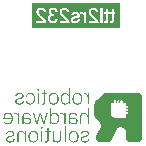
<source format=gbo>
G04*
G04 #@! TF.GenerationSoftware,Altium Limited,Altium Designer,24.4.1 (13)*
G04*
G04 Layer_Color=32896*
%FSLAX25Y25*%
%MOIN*%
G70*
G04*
G04 #@! TF.SameCoordinates,AA9B8025-BE10-49C8-B8BA-64AABDCBB2E5*
G04*
G04*
G04 #@! TF.FilePolarity,Positive*
G04*
G01*
G75*
G36*
X53261Y25559D02*
X53361D01*
Y25526D01*
X53394D01*
Y25493D01*
X53427D01*
Y25426D01*
X53460D01*
Y25193D01*
X53427D01*
Y25127D01*
X53394D01*
Y25094D01*
X53361D01*
Y25060D01*
X53294D01*
Y25027D01*
X53095D01*
Y25060D01*
X52995D01*
Y25094D01*
X52962D01*
Y25127D01*
X52928D01*
Y25193D01*
X52895D01*
Y25426D01*
X52928D01*
Y25493D01*
X52962D01*
Y25526D01*
X52995D01*
Y25559D01*
X53095D01*
Y25592D01*
X53261D01*
Y25559D01*
D02*
G37*
G36*
X63668Y20472D02*
X63269D01*
Y20937D01*
X63236D01*
Y20904D01*
X63203D01*
Y20871D01*
X63169D01*
Y20838D01*
X63136D01*
Y20771D01*
X63103D01*
Y20738D01*
X63036D01*
Y20705D01*
X63003D01*
Y20671D01*
X62970D01*
Y20638D01*
X62937D01*
Y20605D01*
X62870D01*
Y20572D01*
X62804D01*
Y20538D01*
X62737D01*
Y20505D01*
X62671D01*
Y20472D01*
X62571D01*
Y20439D01*
X62438D01*
Y20405D01*
X62205D01*
Y20372D01*
X61972D01*
Y20405D01*
X61740D01*
Y20439D01*
X61640D01*
Y20472D01*
X61540D01*
Y20505D01*
X61474D01*
Y20538D01*
X61407D01*
Y20572D01*
X61341D01*
Y20605D01*
X61307D01*
Y20638D01*
X61274D01*
Y20671D01*
X61208D01*
Y20705D01*
X61174D01*
Y20738D01*
X61141D01*
Y20771D01*
X61108D01*
Y20838D01*
X61075D01*
Y20871D01*
X61041D01*
Y20904D01*
X61008D01*
Y20937D01*
X60975D01*
Y21004D01*
X60942D01*
Y21070D01*
X60908D01*
Y21104D01*
X60875D01*
Y21170D01*
X60842D01*
Y21237D01*
X60809D01*
Y21336D01*
X60775D01*
Y21370D01*
Y21403D01*
Y21436D01*
X60742D01*
Y21536D01*
X60709D01*
Y21702D01*
X60676D01*
Y21935D01*
X60642D01*
Y22733D01*
X60676D01*
Y22966D01*
X60709D01*
Y23132D01*
X60742D01*
Y23232D01*
X60775D01*
Y23331D01*
X60809D01*
Y23431D01*
X60842D01*
Y23498D01*
X60875D01*
Y23564D01*
X60908D01*
Y23631D01*
X60942D01*
Y23697D01*
X60975D01*
Y23730D01*
X61008D01*
Y23764D01*
X61041D01*
Y23830D01*
X61075D01*
Y23863D01*
X61108D01*
Y23897D01*
X61141D01*
Y23930D01*
X61174D01*
Y23963D01*
X61208D01*
Y23996D01*
X61241D01*
Y24030D01*
X61274D01*
Y24063D01*
X61341D01*
Y24096D01*
X61374D01*
Y24129D01*
X61440D01*
Y24163D01*
X61507D01*
Y24196D01*
X61607D01*
Y24229D01*
X61706D01*
Y24262D01*
X61873D01*
Y24296D01*
X62305D01*
Y24262D01*
X62471D01*
Y24229D01*
X62604D01*
Y24196D01*
X62671D01*
Y24163D01*
X62737D01*
Y24129D01*
X62804D01*
Y24096D01*
X62870D01*
Y24063D01*
X62903D01*
Y24030D01*
X62970D01*
Y23996D01*
X63003D01*
Y23963D01*
X63036D01*
Y23930D01*
X63070D01*
Y23897D01*
X63103D01*
Y23863D01*
X63136D01*
Y23830D01*
X63169D01*
Y23797D01*
X63203D01*
Y23730D01*
X63269D01*
Y25792D01*
X63668D01*
Y20472D01*
D02*
G37*
G36*
X55489Y24262D02*
X55522D01*
Y24229D01*
X56187D01*
Y23897D01*
X55522D01*
Y23830D01*
X55489D01*
Y21004D01*
X55455D01*
Y20871D01*
X55422D01*
Y20804D01*
X55389D01*
Y20738D01*
X55356D01*
Y20671D01*
X55322D01*
Y20638D01*
X55289D01*
Y20605D01*
X55256D01*
Y20572D01*
X55223D01*
Y20538D01*
X55189D01*
Y20505D01*
X55123D01*
Y20472D01*
X55090D01*
Y20439D01*
X54990D01*
Y20405D01*
X54790D01*
Y20372D01*
X54558D01*
Y20405D01*
X54325D01*
Y20439D01*
X54225D01*
Y20538D01*
X54258D01*
Y20771D01*
X54491D01*
Y20738D01*
X54691D01*
Y20771D01*
X54824D01*
Y20804D01*
X54890D01*
Y20838D01*
X54923D01*
Y20871D01*
X54957D01*
Y20904D01*
X54990D01*
Y20971D01*
X55023D01*
Y21037D01*
X55056D01*
Y21203D01*
X55090D01*
Y23863D01*
X55056D01*
Y23897D01*
X54292D01*
Y24196D01*
X54325D01*
Y24229D01*
X55090D01*
Y25193D01*
X55489D01*
Y24262D01*
D02*
G37*
G36*
X50667D02*
X50867D01*
Y24229D01*
X50967D01*
Y24196D01*
X51066D01*
Y24163D01*
X51133D01*
Y24129D01*
X51199D01*
Y24096D01*
X51266D01*
Y24063D01*
X51332D01*
Y24030D01*
X51366D01*
Y23996D01*
X51432D01*
Y23963D01*
X51465D01*
Y23930D01*
X51499D01*
Y23897D01*
X51532D01*
Y23863D01*
X51565D01*
Y23830D01*
X51598D01*
Y23797D01*
X51632D01*
Y23764D01*
X51665D01*
Y23697D01*
X51698D01*
Y23664D01*
X51731D01*
Y23631D01*
X51765D01*
Y23564D01*
X51798D01*
Y23498D01*
X51831D01*
Y23431D01*
X51864D01*
Y23365D01*
X51898D01*
Y23298D01*
X51931D01*
Y23198D01*
X51964D01*
Y23065D01*
X51997D01*
Y22932D01*
X52031D01*
Y22700D01*
X52064D01*
Y21968D01*
X52031D01*
Y21735D01*
X51997D01*
Y21602D01*
X51964D01*
Y21469D01*
X51931D01*
Y21403D01*
X51898D01*
Y21303D01*
X51864D01*
Y21237D01*
X51831D01*
Y21170D01*
X51798D01*
Y21104D01*
X51765D01*
Y21070D01*
X51731D01*
Y21004D01*
X51698D01*
Y20971D01*
X51665D01*
Y20937D01*
X51632D01*
Y20871D01*
X51598D01*
Y20838D01*
X51565D01*
Y20804D01*
X51532D01*
Y20771D01*
X51499D01*
Y20738D01*
X51465D01*
Y20705D01*
X51399D01*
Y20671D01*
X51366D01*
Y20638D01*
X51332D01*
Y20605D01*
X51266D01*
Y20572D01*
X51199D01*
Y20538D01*
X51133D01*
Y20505D01*
X51066D01*
Y20472D01*
X50967D01*
Y20439D01*
X50834D01*
Y20405D01*
X50568D01*
Y20372D01*
X50335D01*
Y20405D01*
X50102D01*
Y20439D01*
X49969D01*
Y20472D01*
X49869D01*
Y20505D01*
X49803D01*
Y20538D01*
X49736D01*
Y20572D01*
X49670D01*
Y20605D01*
X49603D01*
Y20638D01*
X49570D01*
Y20671D01*
X49504D01*
Y20705D01*
X49470D01*
Y20738D01*
X49437D01*
Y20771D01*
X49404D01*
Y20804D01*
X49371D01*
Y20838D01*
X49337D01*
Y20871D01*
X49304D01*
Y20904D01*
X49271D01*
Y20937D01*
X49238D01*
Y20971D01*
X49204D01*
Y21037D01*
X49171D01*
Y21104D01*
X49138D01*
Y21137D01*
X49105D01*
Y21237D01*
X49071D01*
Y21303D01*
X49038D01*
Y21436D01*
X49005D01*
Y21602D01*
X49038D01*
Y21636D01*
X49371D01*
Y21602D01*
X49404D01*
Y21503D01*
X49437D01*
Y21370D01*
X49470D01*
Y21270D01*
X49504D01*
Y21237D01*
X49537D01*
Y21170D01*
X49570D01*
Y21137D01*
X49603D01*
Y21070D01*
X49637D01*
Y21037D01*
X49670D01*
Y21004D01*
X49703D01*
Y20971D01*
X49770D01*
Y20937D01*
X49803D01*
Y20904D01*
X49869D01*
Y20871D01*
X49936D01*
Y20838D01*
X50002D01*
Y20804D01*
X50102D01*
Y20771D01*
X50235D01*
Y20738D01*
X50667D01*
Y20771D01*
X50800D01*
Y20804D01*
X50900D01*
Y20838D01*
X51000D01*
Y20871D01*
X51033D01*
Y20904D01*
X51100D01*
Y20937D01*
X51133D01*
Y20971D01*
X51199D01*
Y21004D01*
X51233D01*
Y21037D01*
X51266D01*
Y21070D01*
X51299D01*
Y21137D01*
X51332D01*
Y21170D01*
X51366D01*
Y21203D01*
X51399D01*
Y21270D01*
X51432D01*
Y21336D01*
X51465D01*
Y21403D01*
X51499D01*
Y21469D01*
X51532D01*
Y21569D01*
X51565D01*
Y21702D01*
X51598D01*
Y21868D01*
X51632D01*
Y22799D01*
X51598D01*
Y22966D01*
X51565D01*
Y23099D01*
X51532D01*
Y23198D01*
X51499D01*
Y23265D01*
X51465D01*
Y23331D01*
X51432D01*
Y23398D01*
X51399D01*
Y23464D01*
X51366D01*
Y23498D01*
X51332D01*
Y23531D01*
X51299D01*
Y23597D01*
X51266D01*
Y23631D01*
X51233D01*
Y23664D01*
X51199D01*
Y23697D01*
X51133D01*
Y23730D01*
X51100D01*
Y23764D01*
X51066D01*
Y23797D01*
X51000D01*
Y23830D01*
X50933D01*
Y23863D01*
X50834D01*
Y23897D01*
X50701D01*
Y23930D01*
X50235D01*
Y23897D01*
X50102D01*
Y23863D01*
X50002D01*
Y23830D01*
X49936D01*
Y23797D01*
X49869D01*
Y23764D01*
X49836D01*
Y23730D01*
X49770D01*
Y23697D01*
X49736D01*
Y23664D01*
X49703D01*
Y23631D01*
X49670D01*
Y23597D01*
X49637D01*
Y23564D01*
X49603D01*
Y23498D01*
X49570D01*
Y23464D01*
X49537D01*
Y23398D01*
X49504D01*
Y23331D01*
X49470D01*
Y23232D01*
X49437D01*
Y23065D01*
X49404D01*
Y22966D01*
X49005D01*
Y23132D01*
X49038D01*
Y23298D01*
X49071D01*
Y23398D01*
X49105D01*
Y23498D01*
X49138D01*
Y23564D01*
X49171D01*
Y23631D01*
X49204D01*
Y23664D01*
X49238D01*
Y23730D01*
X49271D01*
Y23764D01*
X49304D01*
Y23797D01*
X49337D01*
Y23830D01*
X49371D01*
Y23863D01*
X49404D01*
Y23897D01*
X49437D01*
Y23930D01*
X49470D01*
Y23963D01*
X49504D01*
Y23996D01*
X49537D01*
Y24030D01*
X49603D01*
Y24063D01*
X49637D01*
Y24096D01*
X49703D01*
Y24129D01*
X49770D01*
Y24163D01*
X49836D01*
Y24196D01*
X49936D01*
Y24229D01*
X50036D01*
Y24262D01*
X50235D01*
Y24296D01*
X50667D01*
Y24262D01*
D02*
G37*
G36*
X68722D02*
X68855D01*
Y24229D01*
X68955D01*
Y24196D01*
X69055D01*
Y24163D01*
X69121D01*
Y24129D01*
X69154D01*
Y24096D01*
X69221D01*
Y24063D01*
X69254D01*
Y24030D01*
X69287D01*
Y23996D01*
X69321D01*
Y23963D01*
X69354D01*
Y23930D01*
X69387D01*
Y23897D01*
X69420D01*
Y23863D01*
X69454D01*
Y23797D01*
X69487D01*
Y23764D01*
X69520D01*
Y23697D01*
X69587D01*
Y24229D01*
X69986D01*
Y20472D01*
X69587D01*
Y23032D01*
X69553D01*
Y23165D01*
X69520D01*
Y23232D01*
X69487D01*
Y23298D01*
X69454D01*
Y23365D01*
X69420D01*
Y23431D01*
X69387D01*
Y23464D01*
X69354D01*
Y23531D01*
X69321D01*
Y23564D01*
X69287D01*
Y23597D01*
X69254D01*
Y23631D01*
X69221D01*
Y23664D01*
X69188D01*
Y23697D01*
X69121D01*
Y23730D01*
X69088D01*
Y23764D01*
X69021D01*
Y23797D01*
X68955D01*
Y23830D01*
X68855D01*
Y23863D01*
X68689D01*
Y23897D01*
X68356D01*
Y23863D01*
X68257D01*
Y24096D01*
X68223D01*
Y24229D01*
X68257D01*
Y24262D01*
X68356D01*
Y24296D01*
X68722D01*
Y24262D01*
D02*
G37*
G36*
X53394Y20472D02*
X52962D01*
Y24196D01*
X52995D01*
Y24229D01*
X53394D01*
Y20472D01*
D02*
G37*
G36*
X66428Y24262D02*
X66627D01*
Y24229D01*
X66727D01*
Y24196D01*
X66827D01*
Y24163D01*
X66893D01*
Y24129D01*
X66960D01*
Y24096D01*
X67026D01*
Y24063D01*
X67093D01*
Y24030D01*
X67126D01*
Y23996D01*
X67193D01*
Y23963D01*
X67226D01*
Y23930D01*
X67259D01*
Y23897D01*
X67292D01*
Y23863D01*
X67326D01*
Y23830D01*
X67359D01*
Y23797D01*
X67392D01*
Y23764D01*
X67425D01*
Y23730D01*
X67459D01*
Y23697D01*
X67492D01*
Y23664D01*
X67525D01*
Y23597D01*
X67558D01*
Y23564D01*
X67592D01*
Y23498D01*
X67625D01*
Y23431D01*
X67658D01*
Y23398D01*
X67691D01*
Y23298D01*
X67725D01*
Y23232D01*
X67758D01*
Y23132D01*
X67791D01*
Y23032D01*
X67824D01*
Y22899D01*
X67858D01*
Y22666D01*
X67891D01*
Y22001D01*
X67858D01*
Y21769D01*
X67824D01*
Y21636D01*
X67791D01*
Y21536D01*
X67758D01*
Y21436D01*
X67725D01*
Y21370D01*
X67691D01*
Y21270D01*
X67658D01*
Y21237D01*
X67625D01*
Y21170D01*
X67592D01*
Y21104D01*
X67558D01*
Y21070D01*
X67525D01*
Y21004D01*
X67492D01*
Y20971D01*
X67459D01*
Y20937D01*
X67425D01*
Y20904D01*
X67392D01*
Y20871D01*
X67359D01*
Y20838D01*
X67326D01*
Y20804D01*
X67292D01*
Y20771D01*
X67259D01*
Y20738D01*
X67226D01*
Y20705D01*
X67193D01*
Y20671D01*
X67126D01*
Y20638D01*
X67093D01*
Y20605D01*
X67026D01*
Y20572D01*
X66960D01*
Y20538D01*
X66893D01*
Y20505D01*
X66827D01*
Y20472D01*
X66727D01*
Y20439D01*
X66594D01*
Y20405D01*
X66328D01*
Y20372D01*
X66095D01*
Y20405D01*
X65829D01*
Y20439D01*
X65696D01*
Y20472D01*
X65597D01*
Y20505D01*
X65530D01*
Y20538D01*
X65464D01*
Y20572D01*
X65397D01*
Y20605D01*
X65331D01*
Y20638D01*
X65264D01*
Y20671D01*
X65231D01*
Y20705D01*
X65198D01*
Y20738D01*
X65131D01*
Y20771D01*
X65098D01*
Y20804D01*
X65065D01*
Y20838D01*
X65031D01*
Y20871D01*
X64998D01*
Y20904D01*
X64965D01*
Y20971D01*
X64932D01*
Y21004D01*
X64898D01*
Y21037D01*
X64865D01*
Y21104D01*
X64832D01*
Y21137D01*
X64799D01*
Y21203D01*
X64765D01*
Y21270D01*
X64732D01*
Y21336D01*
X64699D01*
Y21436D01*
X64666D01*
Y21503D01*
X64632D01*
Y21602D01*
X64599D01*
Y21735D01*
X64566D01*
Y21935D01*
X64533D01*
Y22733D01*
X64566D01*
Y22799D01*
Y22833D01*
Y22932D01*
X64599D01*
Y23065D01*
X64632D01*
Y23165D01*
X64666D01*
Y23265D01*
X64699D01*
Y23331D01*
X64732D01*
Y23398D01*
X64765D01*
Y23464D01*
X64799D01*
Y23531D01*
X64832D01*
Y23564D01*
X64865D01*
Y23631D01*
X64898D01*
Y23664D01*
X64932D01*
Y23697D01*
X64965D01*
Y23764D01*
X64998D01*
Y23797D01*
X65031D01*
Y23830D01*
X65065D01*
Y23863D01*
X65098D01*
Y23897D01*
X65131D01*
Y23930D01*
X65198D01*
Y23963D01*
X65231D01*
Y23996D01*
X65264D01*
Y24030D01*
X65331D01*
Y24063D01*
X65364D01*
Y24096D01*
X65430D01*
Y24129D01*
X65497D01*
Y24163D01*
X65563D01*
Y24196D01*
X65663D01*
Y24229D01*
X65796D01*
Y24262D01*
X65996D01*
Y24296D01*
X66428D01*
Y24262D01*
D02*
G37*
G36*
X58481D02*
X58681D01*
Y24229D01*
X58780D01*
Y24196D01*
X58880D01*
Y24163D01*
X58980D01*
Y24129D01*
X59046D01*
Y24096D01*
X59113D01*
Y24063D01*
X59146D01*
Y24030D01*
X59213D01*
Y23996D01*
X59246D01*
Y23963D01*
X59279D01*
Y23930D01*
X59346D01*
Y23897D01*
X59379D01*
Y23863D01*
X59412D01*
Y23830D01*
X59445D01*
Y23797D01*
X59479D01*
Y23764D01*
X59512D01*
Y23697D01*
X59545D01*
Y23664D01*
X59578D01*
Y23631D01*
X59612D01*
Y23564D01*
X59645D01*
Y23531D01*
X59678D01*
Y23464D01*
X59711D01*
Y23398D01*
X59745D01*
Y23331D01*
X59778D01*
Y23265D01*
X59811D01*
Y23165D01*
X59844D01*
Y23065D01*
X59878D01*
Y22932D01*
X59911D01*
Y22733D01*
X59944D01*
Y22700D01*
Y22666D01*
Y21935D01*
X59911D01*
Y21735D01*
X59878D01*
Y21602D01*
X59844D01*
Y21503D01*
X59811D01*
Y21403D01*
X59778D01*
Y21336D01*
X59745D01*
Y21270D01*
X59711D01*
Y21203D01*
X59678D01*
Y21137D01*
X59645D01*
Y21104D01*
X59612D01*
Y21037D01*
X59578D01*
Y21004D01*
X59545D01*
Y20971D01*
X59512D01*
Y20937D01*
X59479D01*
Y20871D01*
X59445D01*
Y20838D01*
X59412D01*
Y20804D01*
X59379D01*
Y20771D01*
X59312D01*
Y20738D01*
X59279D01*
Y20705D01*
X59246D01*
Y20671D01*
X59179D01*
Y20638D01*
X59146D01*
Y20605D01*
X59080D01*
Y20572D01*
X59013D01*
Y20538D01*
X58947D01*
Y20505D01*
X58880D01*
Y20472D01*
X58780D01*
Y20439D01*
X58647D01*
Y20405D01*
X58381D01*
Y20372D01*
X58149D01*
Y20405D01*
X57883D01*
Y20439D01*
X57750D01*
Y20472D01*
X57650D01*
Y20505D01*
X57583D01*
Y20538D01*
X57517D01*
Y20572D01*
X57450D01*
Y20605D01*
X57384D01*
Y20638D01*
X57351D01*
Y20671D01*
X57284D01*
Y20705D01*
X57251D01*
Y20738D01*
X57218D01*
Y20771D01*
X57184D01*
Y20804D01*
X57118D01*
Y20838D01*
X57085D01*
Y20904D01*
X57051D01*
Y20937D01*
X57018D01*
Y20971D01*
X56985D01*
Y21004D01*
X56952D01*
Y21070D01*
X56918D01*
Y21104D01*
X56885D01*
Y21170D01*
X56852D01*
Y21237D01*
X56819D01*
Y21303D01*
X56785D01*
Y21370D01*
X56752D01*
Y21436D01*
X56719D01*
Y21536D01*
X56686D01*
Y21636D01*
X56652D01*
Y21802D01*
X56619D01*
Y22001D01*
X56586D01*
Y22633D01*
X56619D01*
Y22866D01*
X56652D01*
Y23032D01*
X56686D01*
Y23132D01*
X56719D01*
Y23232D01*
X56752D01*
Y23331D01*
X56785D01*
Y23398D01*
X56819D01*
Y23464D01*
X56852D01*
Y23498D01*
X56885D01*
Y23564D01*
X56918D01*
Y23597D01*
X56952D01*
Y23664D01*
X56985D01*
Y23697D01*
X57018D01*
Y23730D01*
X57051D01*
Y23764D01*
X57085D01*
Y23830D01*
X57118D01*
Y23863D01*
X57151D01*
Y23897D01*
X57218D01*
Y23930D01*
X57251D01*
Y23963D01*
X57284D01*
Y23996D01*
X57317D01*
Y24030D01*
X57384D01*
Y24063D01*
X57450D01*
Y24096D01*
X57484D01*
Y24129D01*
X57550D01*
Y24163D01*
X57650D01*
Y24196D01*
X57750D01*
Y24229D01*
X57849D01*
Y24262D01*
X58049D01*
Y24296D01*
X58481D01*
Y24262D01*
D02*
G37*
G36*
X47143D02*
X47342D01*
Y24229D01*
X47442D01*
Y24196D01*
X47542D01*
Y24163D01*
X47642D01*
Y24129D01*
X47708D01*
Y24096D01*
X47741D01*
Y24063D01*
X47808D01*
Y24030D01*
X47841D01*
Y23996D01*
X47908D01*
Y23963D01*
X47941D01*
Y23930D01*
X47974D01*
Y23897D01*
X48007D01*
Y23863D01*
X48041D01*
Y23797D01*
X48074D01*
Y23764D01*
X48107D01*
Y23697D01*
X48140D01*
Y23664D01*
X48174D01*
Y23564D01*
X48207D01*
Y23431D01*
X48240D01*
Y23065D01*
X48207D01*
Y22966D01*
X48174D01*
Y22866D01*
X48140D01*
Y22799D01*
X48107D01*
Y22766D01*
X48074D01*
Y22733D01*
X48041D01*
Y22666D01*
X48007D01*
Y22633D01*
X47941D01*
Y22600D01*
X47908D01*
Y22567D01*
X47874D01*
Y22533D01*
X47808D01*
Y22500D01*
X47775D01*
Y22467D01*
X47708D01*
Y22434D01*
X47642D01*
Y22400D01*
X47542D01*
Y22367D01*
X47475D01*
Y22334D01*
X47376D01*
Y22301D01*
X47243D01*
Y22267D01*
X47110D01*
Y22234D01*
X46977D01*
Y22201D01*
X46844D01*
Y22168D01*
X46711D01*
Y22134D01*
X46578D01*
Y22101D01*
X46511D01*
Y22068D01*
X46411D01*
Y22035D01*
X46345D01*
Y22001D01*
X46278D01*
Y21968D01*
X46212D01*
Y21935D01*
X46179D01*
Y21902D01*
X46145D01*
Y21868D01*
X46112D01*
Y21835D01*
X46079D01*
Y21802D01*
X46046D01*
Y21769D01*
X46012D01*
Y21735D01*
X45979D01*
Y21636D01*
X45946D01*
Y21536D01*
X45913D01*
Y21303D01*
X45946D01*
Y21203D01*
X45979D01*
Y21137D01*
X46012D01*
Y21070D01*
X46046D01*
Y21037D01*
X46079D01*
Y21004D01*
X46112D01*
Y20971D01*
X46145D01*
Y20937D01*
X46212D01*
Y20904D01*
X46245D01*
Y20871D01*
X46312D01*
Y20838D01*
X46378D01*
Y20804D01*
X46478D01*
Y20771D01*
X46644D01*
Y20738D01*
X47143D01*
Y20771D01*
X47309D01*
Y20804D01*
X47409D01*
Y20838D01*
X47475D01*
Y20871D01*
X47542D01*
Y20904D01*
X47608D01*
Y20937D01*
X47642D01*
Y20971D01*
X47708D01*
Y21004D01*
X47741D01*
Y21037D01*
X47775D01*
Y21104D01*
X47808D01*
Y21137D01*
X47841D01*
Y21203D01*
X47874D01*
Y21270D01*
X47908D01*
Y21370D01*
X47941D01*
Y21503D01*
X48373D01*
Y21370D01*
X48340D01*
Y21203D01*
X48307D01*
Y21137D01*
X48273D01*
Y21037D01*
X48240D01*
Y21004D01*
X48207D01*
Y20937D01*
X48174D01*
Y20904D01*
X48140D01*
Y20871D01*
X48107D01*
Y20838D01*
X48074D01*
Y20804D01*
X48041D01*
Y20771D01*
X48007D01*
Y20738D01*
X47974D01*
Y20705D01*
X47941D01*
Y20671D01*
X47874D01*
Y20638D01*
X47841D01*
Y20605D01*
X47775D01*
Y20572D01*
X47708D01*
Y20538D01*
X47642D01*
Y20505D01*
X47575D01*
Y20472D01*
X47442D01*
Y20439D01*
X47309D01*
Y20405D01*
X47010D01*
Y20372D01*
X46744D01*
Y20405D01*
X46478D01*
Y20439D01*
X46312D01*
Y20472D01*
X46212D01*
Y20505D01*
X46145D01*
Y20538D01*
X46079D01*
Y20572D01*
X46012D01*
Y20605D01*
X45946D01*
Y20638D01*
X45913D01*
Y20671D01*
X45846D01*
Y20705D01*
X45813D01*
Y20738D01*
X45780D01*
Y20771D01*
X45746D01*
Y20804D01*
X45713D01*
Y20838D01*
X45680D01*
Y20871D01*
X45647D01*
Y20937D01*
X45613D01*
Y21004D01*
X45580D01*
Y21070D01*
X45547D01*
Y21170D01*
X45514D01*
Y21702D01*
X45547D01*
Y21802D01*
X45580D01*
Y21868D01*
X45613D01*
Y21935D01*
X45647D01*
Y21968D01*
X45680D01*
Y22035D01*
X45713D01*
Y22068D01*
X45746D01*
Y22101D01*
X45780D01*
Y22134D01*
X45846D01*
Y22168D01*
X45879D01*
Y22201D01*
X45913D01*
Y22234D01*
X45979D01*
Y22267D01*
X46046D01*
Y22301D01*
X46112D01*
Y22334D01*
X46179D01*
Y22367D01*
X46245D01*
Y22400D01*
X46345D01*
Y22434D01*
X46445D01*
Y22467D01*
X46578D01*
Y22500D01*
X46677D01*
Y22533D01*
X46810D01*
Y22567D01*
X46943D01*
Y22600D01*
X47076D01*
Y22633D01*
X47176D01*
Y22666D01*
X47276D01*
Y22700D01*
X47376D01*
Y22733D01*
X47442D01*
Y22766D01*
X47509D01*
Y22799D01*
X47575D01*
Y22833D01*
X47608D01*
Y22866D01*
X47675D01*
Y22932D01*
X47708D01*
Y22966D01*
X47741D01*
Y22999D01*
X47775D01*
Y23099D01*
X47808D01*
Y23464D01*
X47775D01*
Y23531D01*
X47741D01*
Y23597D01*
X47708D01*
Y23631D01*
X47675D01*
Y23664D01*
X47642D01*
Y23697D01*
X47608D01*
Y23730D01*
X47575D01*
Y23764D01*
X47542D01*
Y23797D01*
X47475D01*
Y23830D01*
X47409D01*
Y23863D01*
X47309D01*
Y23897D01*
X47176D01*
Y23930D01*
X46677D01*
Y23897D01*
X46511D01*
Y23863D01*
X46445D01*
Y23830D01*
X46378D01*
Y23797D01*
X46312D01*
Y23764D01*
X46245D01*
Y23730D01*
X46212D01*
Y23697D01*
X46179D01*
Y23664D01*
X46145D01*
Y23631D01*
X46112D01*
Y23597D01*
X46079D01*
Y23564D01*
X46046D01*
Y23498D01*
X46012D01*
Y23431D01*
X45979D01*
Y23365D01*
X45946D01*
Y23165D01*
X45514D01*
Y23331D01*
X45547D01*
Y23498D01*
X45580D01*
Y23597D01*
X45613D01*
Y23664D01*
X45647D01*
Y23730D01*
X45680D01*
Y23764D01*
X45713D01*
Y23797D01*
X45746D01*
Y23863D01*
X45780D01*
Y23897D01*
X45813D01*
Y23930D01*
X45846D01*
Y23963D01*
X45913D01*
Y23996D01*
X45946D01*
Y24030D01*
X45979D01*
Y24063D01*
X46046D01*
Y24096D01*
X46112D01*
Y24129D01*
X46179D01*
Y24163D01*
X46245D01*
Y24196D01*
X46345D01*
Y24229D01*
X46445D01*
Y24262D01*
X46677D01*
Y24296D01*
X47143D01*
Y24262D01*
D02*
G37*
G36*
X69986Y13822D02*
X69587D01*
Y16382D01*
X69553D01*
Y16482D01*
X69520D01*
Y16582D01*
X69487D01*
Y16648D01*
X69454D01*
Y16681D01*
X69420D01*
Y16748D01*
X69387D01*
Y16814D01*
X69354D01*
Y16848D01*
X69321D01*
Y16881D01*
X69287D01*
Y16914D01*
X69254D01*
Y16947D01*
X69221D01*
Y16981D01*
X69188D01*
Y17014D01*
X69154D01*
Y17047D01*
X69121D01*
Y17080D01*
X69088D01*
Y17114D01*
X69021D01*
Y17147D01*
X68988D01*
Y17180D01*
X68922D01*
Y17213D01*
X68822D01*
Y17247D01*
X68722D01*
Y17280D01*
X68489D01*
Y17313D01*
X68390D01*
Y17280D01*
X68157D01*
Y17247D01*
X68024D01*
Y17213D01*
X67957D01*
Y17180D01*
X67924D01*
Y17147D01*
X67858D01*
Y17114D01*
X67824D01*
Y17080D01*
X67791D01*
Y17047D01*
X67758D01*
Y17014D01*
X67725D01*
Y16947D01*
X67691D01*
Y16881D01*
X67658D01*
Y16814D01*
X67625D01*
Y16681D01*
X67592D01*
Y16515D01*
X67558D01*
Y13822D01*
X67159D01*
Y15218D01*
Y15252D01*
Y16681D01*
X67193D01*
Y16848D01*
X67226D01*
Y16947D01*
X67259D01*
Y17047D01*
X67292D01*
Y17114D01*
X67326D01*
Y17180D01*
X67359D01*
Y17213D01*
X67392D01*
Y17280D01*
X67425D01*
Y17313D01*
X67459D01*
Y17346D01*
X67492D01*
Y17380D01*
X67525D01*
Y17413D01*
X67558D01*
Y17446D01*
X67592D01*
Y17479D01*
X67658D01*
Y17513D01*
X67725D01*
Y17546D01*
X67791D01*
Y17579D01*
X67891D01*
Y17612D01*
X68024D01*
Y17646D01*
X68656D01*
Y17612D01*
X68789D01*
Y17579D01*
X68855D01*
Y17546D01*
X68955D01*
Y17513D01*
X69021D01*
Y17479D01*
X69088D01*
Y17446D01*
X69121D01*
Y17413D01*
X69188D01*
Y17380D01*
X69221D01*
Y17346D01*
X69254D01*
Y17313D01*
X69287D01*
Y17280D01*
X69321D01*
Y17247D01*
X69354D01*
Y17213D01*
X69387D01*
Y17180D01*
X69420D01*
Y17147D01*
X69454D01*
Y17114D01*
X69487D01*
Y17047D01*
X69520D01*
Y17014D01*
X69587D01*
Y19175D01*
X69986D01*
Y13822D01*
D02*
G37*
G36*
X65098Y17612D02*
X65231D01*
Y17579D01*
X65331D01*
Y17546D01*
X65430D01*
Y17513D01*
X65497D01*
Y17479D01*
X65563D01*
Y17446D01*
X65630D01*
Y17413D01*
X65663D01*
Y17380D01*
X65730D01*
Y17346D01*
X65763D01*
Y17313D01*
X65796D01*
Y17280D01*
X65863D01*
Y17247D01*
X65896D01*
Y17213D01*
X65929D01*
Y17147D01*
X65962D01*
Y17114D01*
X65996D01*
Y17080D01*
X66029D01*
Y17014D01*
X66062D01*
Y16981D01*
X66095D01*
Y16914D01*
X66129D01*
Y16814D01*
X66162D01*
Y16648D01*
X66195D01*
Y16582D01*
X66162D01*
Y16548D01*
X65763D01*
Y16681D01*
X65730D01*
Y16781D01*
X65696D01*
Y16848D01*
X65663D01*
Y16914D01*
X65630D01*
Y16947D01*
X65597D01*
Y16981D01*
X65563D01*
Y17014D01*
X65530D01*
Y17047D01*
X65497D01*
Y17080D01*
X65464D01*
Y17114D01*
X65397D01*
Y17147D01*
X65364D01*
Y17180D01*
X65297D01*
Y17213D01*
X65231D01*
Y17247D01*
X65131D01*
Y17280D01*
X64932D01*
Y17313D01*
X64566D01*
Y17280D01*
X64400D01*
Y17247D01*
X64300D01*
Y17213D01*
X64200D01*
Y17180D01*
X64167D01*
Y17147D01*
X64100D01*
Y17114D01*
X64067D01*
Y17080D01*
X64034D01*
Y17047D01*
X64001D01*
Y17014D01*
X63967D01*
Y16981D01*
X63934D01*
Y16947D01*
X63901D01*
Y16881D01*
X63868D01*
Y16814D01*
X63834D01*
Y16715D01*
X63801D01*
Y16083D01*
X63768D01*
Y16050D01*
X63801D01*
Y16016D01*
X64865D01*
Y15983D01*
X65098D01*
Y15950D01*
X65264D01*
Y15917D01*
X65397D01*
Y15883D01*
X65497D01*
Y15850D01*
X65563D01*
Y15817D01*
X65630D01*
Y15784D01*
X65696D01*
Y15750D01*
X65763D01*
Y15717D01*
X65796D01*
Y15684D01*
X65863D01*
Y15651D01*
X65896D01*
Y15617D01*
X65929D01*
Y15584D01*
X65962D01*
Y15551D01*
X65996D01*
Y15518D01*
X66029D01*
Y15484D01*
X66062D01*
Y15451D01*
X66095D01*
Y15385D01*
X66129D01*
Y15351D01*
X66162D01*
Y15285D01*
X66195D01*
Y15185D01*
X66228D01*
Y15085D01*
X66262D01*
Y14553D01*
X66228D01*
Y14454D01*
X66195D01*
Y14387D01*
X66162D01*
Y14321D01*
X66129D01*
Y14254D01*
X66095D01*
Y14221D01*
X66062D01*
Y14154D01*
X66029D01*
Y14121D01*
X65996D01*
Y14088D01*
X65962D01*
Y14055D01*
X65929D01*
Y14021D01*
X65863D01*
Y13988D01*
X65829D01*
Y13955D01*
X65796D01*
Y13922D01*
X65730D01*
Y13888D01*
X65663D01*
Y13855D01*
X65563D01*
Y13822D01*
X65464D01*
Y13789D01*
X65331D01*
Y13755D01*
X64799D01*
Y13789D01*
X64632D01*
Y13822D01*
X64533D01*
Y13855D01*
X64433D01*
Y13888D01*
X64333D01*
Y13922D01*
X64267D01*
Y13955D01*
X64200D01*
Y13988D01*
X64167D01*
Y14021D01*
X64100D01*
Y14055D01*
X64067D01*
Y14088D01*
X64001D01*
Y14121D01*
X63967D01*
Y14154D01*
X63934D01*
Y14188D01*
X63901D01*
Y14221D01*
X63868D01*
Y14254D01*
X63834D01*
Y14287D01*
X63801D01*
Y14321D01*
X63768D01*
Y14021D01*
X63735D01*
Y13888D01*
X63701D01*
Y13822D01*
X63269D01*
Y13955D01*
X63302D01*
Y14088D01*
X63336D01*
Y14321D01*
X63369D01*
Y16648D01*
X63402D01*
Y16814D01*
X63435D01*
Y16914D01*
X63469D01*
Y17014D01*
X63502D01*
Y17080D01*
X63535D01*
Y17114D01*
X63568D01*
Y17180D01*
X63602D01*
Y17213D01*
X63635D01*
Y17247D01*
X63668D01*
Y17280D01*
X63701D01*
Y17313D01*
X63735D01*
Y17346D01*
X63768D01*
Y17380D01*
X63801D01*
Y17413D01*
X63868D01*
Y17446D01*
X63901D01*
Y17479D01*
X63967D01*
Y17513D01*
X64034D01*
Y17546D01*
X64134D01*
Y17579D01*
X64233D01*
Y17612D01*
X64366D01*
Y17646D01*
X65098D01*
Y17612D01*
D02*
G37*
G36*
X49603D02*
X49770D01*
Y17579D01*
X49869D01*
Y17546D01*
X49936D01*
Y17513D01*
X50036D01*
Y17479D01*
X50102D01*
Y17446D01*
X50135D01*
Y17413D01*
X50202D01*
Y17380D01*
X50235D01*
Y17346D01*
X50302D01*
Y17313D01*
X50335D01*
Y17280D01*
X50368D01*
Y17247D01*
X50401D01*
Y17213D01*
X50435D01*
Y17180D01*
X50468D01*
Y17147D01*
X50501D01*
Y17114D01*
X50534D01*
Y17047D01*
X50568D01*
Y17014D01*
X50601D01*
Y16947D01*
X50634D01*
Y16848D01*
X50667D01*
Y16748D01*
X50701D01*
Y16548D01*
X50302D01*
Y16582D01*
X50268D01*
Y16748D01*
X50235D01*
Y16814D01*
X50202D01*
Y16881D01*
X50169D01*
Y16914D01*
X50135D01*
Y16981D01*
X50102D01*
Y17014D01*
X50069D01*
Y17047D01*
X50036D01*
Y17080D01*
X49969D01*
Y17114D01*
X49936D01*
Y17147D01*
X49869D01*
Y17180D01*
X49803D01*
Y17213D01*
X49736D01*
Y17247D01*
X49637D01*
Y17280D01*
X49470D01*
Y17313D01*
X49071D01*
Y17280D01*
X48905D01*
Y17247D01*
X48805D01*
Y17213D01*
X48739D01*
Y17180D01*
X48672D01*
Y17147D01*
X48606D01*
Y17114D01*
X48573D01*
Y17080D01*
X48539D01*
Y17047D01*
X48506D01*
Y17014D01*
X48473D01*
Y16947D01*
X48440D01*
Y16914D01*
X48406D01*
Y16848D01*
X48373D01*
Y16781D01*
X48340D01*
Y16648D01*
X48307D01*
Y16016D01*
X49371D01*
Y15983D01*
X49637D01*
Y15950D01*
X49803D01*
Y15917D01*
X49903D01*
Y15883D01*
X50002D01*
Y15850D01*
X50069D01*
Y15817D01*
X50169D01*
Y15784D01*
X50235D01*
Y15750D01*
X50268D01*
Y15717D01*
X50335D01*
Y15684D01*
X50368D01*
Y15651D01*
X50401D01*
Y15617D01*
X50468D01*
Y15584D01*
X50501D01*
Y15551D01*
X50534D01*
Y15518D01*
X50568D01*
Y15451D01*
X50601D01*
Y15418D01*
X50634D01*
Y15351D01*
X50667D01*
Y15318D01*
X50701D01*
Y15252D01*
X50734D01*
Y15152D01*
X50767D01*
Y14986D01*
X50800D01*
Y14653D01*
X50767D01*
Y14520D01*
X50734D01*
Y14420D01*
X50701D01*
Y14354D01*
X50667D01*
Y14287D01*
X50634D01*
Y14221D01*
X50601D01*
Y14188D01*
X50568D01*
Y14154D01*
X50534D01*
Y14121D01*
X50501D01*
Y14088D01*
X50468D01*
Y14055D01*
X50435D01*
Y14021D01*
X50401D01*
Y13988D01*
X50368D01*
Y13955D01*
X50302D01*
Y13922D01*
X50235D01*
Y13888D01*
X50169D01*
Y13855D01*
X50102D01*
Y13822D01*
X50002D01*
Y13789D01*
X49836D01*
Y13755D01*
X49304D01*
Y13789D01*
X49138D01*
Y13822D01*
X49038D01*
Y13855D01*
X48938D01*
Y13888D01*
X48872D01*
Y13922D01*
X48805D01*
Y13955D01*
X48739D01*
Y13988D01*
X48672D01*
Y14021D01*
X48639D01*
Y14055D01*
X48573D01*
Y14088D01*
X48539D01*
Y14121D01*
X48506D01*
Y14154D01*
X48473D01*
Y14188D01*
X48440D01*
Y14221D01*
X48406D01*
Y14254D01*
X48373D01*
Y14287D01*
X48340D01*
Y14321D01*
X48307D01*
Y14188D01*
X48273D01*
Y13955D01*
X48240D01*
Y13855D01*
X48207D01*
Y13822D01*
X47775D01*
Y13922D01*
X47808D01*
Y14021D01*
X47841D01*
Y14188D01*
X47874D01*
Y16515D01*
X47908D01*
Y16781D01*
X47941D01*
Y16881D01*
X47974D01*
Y16981D01*
X48007D01*
Y17047D01*
X48041D01*
Y17114D01*
X48074D01*
Y17147D01*
X48107D01*
Y17213D01*
X48140D01*
Y17247D01*
X48174D01*
Y17280D01*
X48207D01*
Y17313D01*
X48240D01*
Y17346D01*
X48273D01*
Y17380D01*
X48340D01*
Y17413D01*
X48373D01*
Y17446D01*
X48440D01*
Y17479D01*
X48473D01*
Y17513D01*
X48539D01*
Y17546D01*
X48639D01*
Y17579D01*
X48739D01*
Y17612D01*
X48872D01*
Y17646D01*
X49603D01*
Y17612D01*
D02*
G37*
G36*
X56287Y17513D02*
X56253D01*
Y17380D01*
X56220D01*
Y17280D01*
X56187D01*
Y17147D01*
X56154D01*
Y17047D01*
X56120D01*
Y16914D01*
X56087D01*
Y16814D01*
X56054D01*
Y16681D01*
X56021D01*
Y16582D01*
X55987D01*
Y16482D01*
X55954D01*
Y16349D01*
X55921D01*
Y16249D01*
X55888D01*
Y16116D01*
X55854D01*
Y16016D01*
X55821D01*
Y15883D01*
X55788D01*
Y15784D01*
X55755D01*
Y15651D01*
X55721D01*
Y15551D01*
X55688D01*
Y15418D01*
X55655D01*
Y15318D01*
X55622D01*
Y15218D01*
X55588D01*
Y15085D01*
X55555D01*
Y14986D01*
X55522D01*
Y14853D01*
X55489D01*
Y14753D01*
X55455D01*
Y14620D01*
X55422D01*
Y14520D01*
X55389D01*
Y14387D01*
X55356D01*
Y14287D01*
X55322D01*
Y14188D01*
X55289D01*
Y14055D01*
X55256D01*
Y13955D01*
X55223D01*
Y13855D01*
X55189D01*
Y13822D01*
X54857D01*
Y13855D01*
X54824D01*
Y13955D01*
X54790D01*
Y14055D01*
X54757D01*
Y14154D01*
X54724D01*
Y14254D01*
X54691D01*
Y14354D01*
X54657D01*
Y14454D01*
X54624D01*
Y14587D01*
X54591D01*
Y14686D01*
X54558D01*
Y14786D01*
X54524D01*
Y14886D01*
X54491D01*
Y14986D01*
X54458D01*
Y15019D01*
Y15052D01*
Y15085D01*
X54425D01*
Y15185D01*
X54391D01*
Y15318D01*
X54358D01*
Y15418D01*
X54325D01*
Y15518D01*
X54292D01*
Y15617D01*
X54258D01*
Y15717D01*
X54225D01*
Y15817D01*
X54192D01*
Y15917D01*
X54159D01*
Y16016D01*
X54125D01*
Y16149D01*
X54092D01*
Y16249D01*
X54059D01*
Y16349D01*
X54026D01*
Y16449D01*
X53992D01*
Y16548D01*
X53959D01*
Y16648D01*
X53926D01*
Y16748D01*
X53893D01*
Y16914D01*
X53859D01*
Y16947D01*
X53826D01*
Y16814D01*
X53793D01*
Y16715D01*
X53760D01*
Y16615D01*
X53726D01*
Y16515D01*
X53693D01*
Y16382D01*
X53660D01*
Y16282D01*
X53627D01*
Y16183D01*
X53593D01*
Y16083D01*
X53560D01*
Y15983D01*
X53527D01*
Y15883D01*
X53494D01*
Y15784D01*
X53460D01*
Y15684D01*
X53427D01*
Y15584D01*
X53394D01*
Y15484D01*
X53361D01*
Y15385D01*
X53327D01*
Y15285D01*
X53294D01*
Y15152D01*
X53261D01*
Y15052D01*
X53228D01*
Y14952D01*
X53194D01*
Y14853D01*
X53161D01*
Y14753D01*
X53128D01*
Y14653D01*
X53095D01*
Y14553D01*
X53061D01*
Y14454D01*
X53028D01*
Y14354D01*
X52995D01*
Y14254D01*
X52962D01*
Y14154D01*
X52928D01*
Y14055D01*
X52895D01*
Y13922D01*
X52862D01*
Y13855D01*
X52829D01*
Y13822D01*
X52496D01*
Y13855D01*
X52463D01*
Y13955D01*
X52430D01*
Y14055D01*
X52396D01*
Y14188D01*
X52363D01*
Y14287D01*
X52330D01*
Y14420D01*
X52297D01*
Y14520D01*
X52263D01*
Y14653D01*
X52230D01*
Y14753D01*
X52197D01*
Y14853D01*
X52164D01*
Y14986D01*
X52130D01*
Y15085D01*
X52097D01*
Y15218D01*
X52064D01*
Y15318D01*
X52031D01*
Y15418D01*
X51997D01*
Y15551D01*
X51964D01*
Y15651D01*
X51931D01*
Y15784D01*
X51898D01*
Y15883D01*
X51864D01*
Y16016D01*
X51831D01*
Y16116D01*
X51798D01*
Y16249D01*
X51765D01*
Y16349D01*
X51731D01*
Y16482D01*
X51698D01*
Y16582D01*
X51665D01*
Y16681D01*
X51632D01*
Y16814D01*
X51598D01*
Y16914D01*
X51565D01*
Y17047D01*
X51532D01*
Y17147D01*
X51499D01*
Y17280D01*
X51465D01*
Y17380D01*
X51432D01*
Y17479D01*
X51399D01*
Y17579D01*
X51831D01*
Y17513D01*
X51864D01*
Y17380D01*
X51898D01*
Y17247D01*
X51931D01*
Y17114D01*
X51964D01*
Y16981D01*
X51997D01*
Y16881D01*
X52031D01*
Y16748D01*
X52064D01*
Y16615D01*
X52097D01*
Y16515D01*
X52130D01*
Y16382D01*
X52164D01*
Y16249D01*
X52197D01*
Y16116D01*
X52230D01*
Y16016D01*
X52263D01*
Y15883D01*
X52297D01*
Y15750D01*
X52330D01*
Y15617D01*
X52363D01*
Y15518D01*
X52396D01*
Y15385D01*
X52430D01*
Y15252D01*
X52463D01*
Y15119D01*
X52496D01*
Y15019D01*
X52529D01*
Y14886D01*
X52563D01*
Y14753D01*
X52596D01*
Y14620D01*
X52629D01*
Y14454D01*
X52662D01*
Y14387D01*
X52696D01*
Y14487D01*
X52729D01*
Y14620D01*
X52762D01*
Y14753D01*
X52795D01*
Y14853D01*
X52829D01*
Y14986D01*
X52862D01*
Y15085D01*
X52895D01*
Y15185D01*
X52928D01*
Y15285D01*
X52962D01*
Y15385D01*
X52995D01*
Y15518D01*
X53028D01*
Y15617D01*
X53061D01*
Y15717D01*
X53095D01*
Y15817D01*
X53128D01*
Y15917D01*
X53161D01*
Y16050D01*
X53194D01*
Y16149D01*
X53228D01*
Y16249D01*
X53261D01*
Y16349D01*
X53294D01*
Y16449D01*
X53327D01*
Y16582D01*
X53361D01*
Y16681D01*
X53394D01*
Y16781D01*
X53427D01*
Y16881D01*
X53460D01*
Y16981D01*
X53494D01*
Y17114D01*
X53527D01*
Y17213D01*
X53560D01*
Y17313D01*
X53593D01*
Y17413D01*
X53627D01*
Y17513D01*
X53660D01*
Y17579D01*
X54026D01*
Y17513D01*
X54059D01*
Y17413D01*
X54092D01*
Y17313D01*
X54125D01*
Y17213D01*
X54159D01*
Y17114D01*
X54192D01*
Y16981D01*
X54225D01*
Y16881D01*
X54258D01*
Y16781D01*
X54292D01*
Y16681D01*
X54325D01*
Y16582D01*
X54358D01*
Y16449D01*
X54391D01*
Y16349D01*
X54425D01*
Y16249D01*
X54458D01*
Y16149D01*
X54491D01*
Y16050D01*
X54524D01*
Y15917D01*
X54558D01*
Y15817D01*
X54591D01*
Y15717D01*
X54624D01*
Y15617D01*
X54657D01*
Y15518D01*
X54691D01*
Y15385D01*
X54724D01*
Y15285D01*
X54757D01*
Y15185D01*
X54790D01*
Y15085D01*
X54824D01*
Y14986D01*
X54857D01*
Y14886D01*
X54890D01*
Y14753D01*
X54923D01*
Y14653D01*
X54957D01*
Y14520D01*
X54990D01*
Y14420D01*
X55023D01*
Y14520D01*
X55056D01*
Y14720D01*
X55090D01*
Y14819D01*
X55123D01*
Y14952D01*
X55156D01*
Y15085D01*
X55189D01*
Y15185D01*
X55223D01*
Y15318D01*
X55256D01*
Y15418D01*
X55289D01*
Y15551D01*
X55322D01*
Y15684D01*
X55356D01*
Y15784D01*
X55389D01*
Y15917D01*
X55422D01*
Y16050D01*
X55455D01*
Y16149D01*
X55489D01*
Y16282D01*
X55522D01*
Y16415D01*
X55555D01*
Y16515D01*
X55588D01*
Y16648D01*
X55622D01*
Y16781D01*
X55655D01*
Y16881D01*
X55688D01*
Y17014D01*
X55721D01*
Y17114D01*
X55755D01*
Y17247D01*
X55788D01*
Y17380D01*
X55821D01*
Y17479D01*
X55854D01*
Y17579D01*
X56287D01*
Y17513D01*
D02*
G37*
G36*
X43352Y17612D02*
X43485D01*
Y17579D01*
X43585D01*
Y17546D01*
X43652D01*
Y17513D01*
X43751D01*
Y17479D01*
X43785D01*
Y17446D01*
X43851D01*
Y17413D01*
X43918D01*
Y17380D01*
X43951D01*
Y17346D01*
X43984D01*
Y17313D01*
X44017D01*
Y17280D01*
X44084D01*
Y17247D01*
X44117D01*
Y17213D01*
X44150D01*
Y17180D01*
X44184D01*
Y17147D01*
X44217D01*
Y17080D01*
X44250D01*
Y17047D01*
X44283D01*
Y17014D01*
X44317D01*
Y16947D01*
X44350D01*
Y16914D01*
X44383D01*
Y16848D01*
X44416D01*
Y16781D01*
X44450D01*
Y16715D01*
X44483D01*
Y16648D01*
X44516D01*
Y16582D01*
X44549D01*
Y16482D01*
X44583D01*
Y16382D01*
X44616D01*
Y16216D01*
X44649D01*
Y15983D01*
X44682D01*
Y15351D01*
X44649D01*
Y15152D01*
X44616D01*
Y14986D01*
X44583D01*
Y14886D01*
X44549D01*
Y14819D01*
X44516D01*
Y14720D01*
X44483D01*
Y14653D01*
X44450D01*
Y14587D01*
X44416D01*
Y14553D01*
X44383D01*
Y14487D01*
X44350D01*
Y14420D01*
X44317D01*
Y14387D01*
X44283D01*
Y14354D01*
X44250D01*
Y14321D01*
X44217D01*
Y14254D01*
X44184D01*
Y14221D01*
X44150D01*
Y14188D01*
X44117D01*
Y14154D01*
X44051D01*
Y14121D01*
X44017D01*
Y14088D01*
X43984D01*
Y14055D01*
X43918D01*
Y14021D01*
X43884D01*
Y13988D01*
X43818D01*
Y13955D01*
X43751D01*
Y13922D01*
X43685D01*
Y13888D01*
X43618D01*
Y13855D01*
X43519D01*
Y13822D01*
X43419D01*
Y13789D01*
X43253D01*
Y13755D01*
X42687D01*
Y13789D01*
X42521D01*
Y13822D01*
X42421D01*
Y13855D01*
X42322D01*
Y13888D01*
X42255D01*
Y13922D01*
X42189D01*
Y13955D01*
X42122D01*
Y13988D01*
X42056D01*
Y14021D01*
X42022D01*
Y14055D01*
X41989D01*
Y14088D01*
X41923D01*
Y14121D01*
X41889D01*
Y14154D01*
X41856D01*
Y14188D01*
X41823D01*
Y14221D01*
X41790D01*
Y14254D01*
X41756D01*
Y14287D01*
X41723D01*
Y14354D01*
X41690D01*
Y14387D01*
X41657D01*
Y14420D01*
X41690D01*
Y14454D01*
X41723D01*
Y14487D01*
X41756D01*
Y14520D01*
X41790D01*
Y14553D01*
X41856D01*
Y14587D01*
X41889D01*
Y14620D01*
X41923D01*
Y14587D01*
X41956D01*
Y14553D01*
X41989D01*
Y14520D01*
X42022D01*
Y14487D01*
X42056D01*
Y14454D01*
X42089D01*
Y14420D01*
X42122D01*
Y14387D01*
X42155D01*
Y14354D01*
X42189D01*
Y14321D01*
X42255D01*
Y14287D01*
X42288D01*
Y14254D01*
X42355D01*
Y14221D01*
X42421D01*
Y14188D01*
X42521D01*
Y14154D01*
X42654D01*
Y14121D01*
X43253D01*
Y14154D01*
X43386D01*
Y14188D01*
X43452D01*
Y14221D01*
X43519D01*
Y14254D01*
X43585D01*
Y14287D01*
X43652D01*
Y14321D01*
X43685D01*
Y14354D01*
X43718D01*
Y14387D01*
X43751D01*
Y14420D01*
X43818D01*
Y14454D01*
X43851D01*
Y14520D01*
X43884D01*
Y14553D01*
X43918D01*
Y14587D01*
X43951D01*
Y14620D01*
X43984D01*
Y14686D01*
X44017D01*
Y14720D01*
X44051D01*
Y14786D01*
X44084D01*
Y14853D01*
X44117D01*
Y14919D01*
X44150D01*
Y15019D01*
X44184D01*
Y15119D01*
X44217D01*
Y15252D01*
X44250D01*
Y15684D01*
X41590D01*
Y15717D01*
X41557D01*
Y16016D01*
X41590D01*
Y16349D01*
X41623D01*
Y16515D01*
X41657D01*
Y16648D01*
X41690D01*
Y16748D01*
X41723D01*
Y16814D01*
X41756D01*
Y16881D01*
X41790D01*
Y16947D01*
X41823D01*
Y17014D01*
X41856D01*
Y17047D01*
X41889D01*
Y17114D01*
X41923D01*
Y17147D01*
X41956D01*
Y17180D01*
X41989D01*
Y17213D01*
X42022D01*
Y17280D01*
X42089D01*
Y17313D01*
X42122D01*
Y17346D01*
X42155D01*
Y17380D01*
X42189D01*
Y17413D01*
X42222D01*
Y17446D01*
X42288D01*
Y17479D01*
X42355D01*
Y17513D01*
X42421D01*
Y17546D01*
X42488D01*
Y17579D01*
X42588D01*
Y17612D01*
X42721D01*
Y17646D01*
X43352D01*
Y17612D01*
D02*
G37*
G36*
X61075D02*
X61208D01*
Y17579D01*
X61274D01*
Y17546D01*
X61341D01*
Y17513D01*
X61407D01*
Y17479D01*
X61474D01*
Y17446D01*
X61507D01*
Y17413D01*
X61540D01*
Y17380D01*
X61573D01*
Y17346D01*
X61607D01*
Y17313D01*
X61640D01*
Y17280D01*
X61673D01*
Y17247D01*
X61706D01*
Y17213D01*
X61740D01*
Y17147D01*
X61773D01*
Y17114D01*
X61806D01*
Y17047D01*
X61839D01*
Y17579D01*
X62272D01*
Y15351D01*
Y15318D01*
Y13822D01*
X61839D01*
Y16482D01*
X61806D01*
Y16582D01*
X61773D01*
Y16648D01*
X61740D01*
Y16715D01*
X61706D01*
Y16781D01*
X61673D01*
Y16814D01*
X61640D01*
Y16881D01*
X61607D01*
Y16914D01*
X61573D01*
Y16947D01*
X61540D01*
Y16981D01*
X61507D01*
Y17014D01*
X61474D01*
Y17047D01*
X61440D01*
Y17080D01*
X61374D01*
Y17114D01*
X61341D01*
Y17147D01*
X61274D01*
Y17180D01*
X61174D01*
Y17213D01*
X61075D01*
Y17247D01*
X60509D01*
Y17612D01*
X60543D01*
Y17646D01*
X61075D01*
Y17612D01*
D02*
G37*
G36*
X45613D02*
X45713D01*
Y17579D01*
X45813D01*
Y17546D01*
X45879D01*
Y17513D01*
X45913D01*
Y17479D01*
X45979D01*
Y17446D01*
X46012D01*
Y17413D01*
X46079D01*
Y17380D01*
X46112D01*
Y17346D01*
X46145D01*
Y17313D01*
X46179D01*
Y17247D01*
X46212D01*
Y17213D01*
X46245D01*
Y17180D01*
X46278D01*
Y17114D01*
X46312D01*
Y17080D01*
X46345D01*
Y17047D01*
X46378D01*
Y17579D01*
X46777D01*
Y13822D01*
X46378D01*
Y16415D01*
X46345D01*
Y16515D01*
X46312D01*
Y16615D01*
X46278D01*
Y16681D01*
X46245D01*
Y16748D01*
X46212D01*
Y16781D01*
X46179D01*
Y16848D01*
X46145D01*
Y16881D01*
X46112D01*
Y16914D01*
X46079D01*
Y16981D01*
X46012D01*
Y17014D01*
X45979D01*
Y17047D01*
X45946D01*
Y17080D01*
X45913D01*
Y17114D01*
X45846D01*
Y17147D01*
X45780D01*
Y17180D01*
X45713D01*
Y17213D01*
X45580D01*
Y17247D01*
X45048D01*
Y17413D01*
X45015D01*
Y17612D01*
X45048D01*
Y17646D01*
X45613D01*
Y17612D01*
D02*
G37*
G36*
X57484Y17080D02*
X57517D01*
Y17147D01*
X57550D01*
Y17180D01*
X57583D01*
Y17213D01*
X57617D01*
Y17247D01*
X57650D01*
Y17280D01*
X57683D01*
Y17313D01*
X57716D01*
Y17346D01*
X57750D01*
Y17380D01*
X57783D01*
Y17413D01*
X57849D01*
Y17446D01*
X57883D01*
Y17479D01*
X57949D01*
Y17513D01*
X58016D01*
Y17546D01*
X58082D01*
Y17579D01*
X58182D01*
Y17612D01*
X58315D01*
Y17646D01*
X58947D01*
Y17612D01*
X59080D01*
Y17579D01*
X59179D01*
Y17546D01*
X59246D01*
Y17513D01*
X59312D01*
Y17479D01*
X59379D01*
Y17446D01*
X59412D01*
Y17413D01*
X59445D01*
Y17380D01*
X59512D01*
Y17346D01*
X59545D01*
Y17313D01*
X59578D01*
Y17280D01*
X59612D01*
Y17247D01*
X59645D01*
Y17213D01*
X59678D01*
Y17147D01*
X59711D01*
Y17114D01*
X59745D01*
Y17047D01*
X59778D01*
Y17014D01*
X59811D01*
Y16947D01*
X59844D01*
Y16881D01*
X59878D01*
Y16814D01*
X59911D01*
Y16748D01*
X59944D01*
Y16648D01*
X59977D01*
Y16548D01*
X60011D01*
Y16415D01*
X60044D01*
Y16249D01*
X60077D01*
Y15883D01*
X60110D01*
Y15518D01*
X60077D01*
Y15185D01*
X60044D01*
Y14986D01*
X60011D01*
Y14886D01*
X59977D01*
Y14753D01*
X59944D01*
Y14686D01*
X59911D01*
Y14587D01*
X59878D01*
Y14520D01*
X59844D01*
Y14487D01*
X59811D01*
Y14420D01*
X59778D01*
Y14354D01*
X59745D01*
Y14321D01*
X59711D01*
Y14254D01*
X59678D01*
Y14221D01*
X59645D01*
Y14188D01*
X59612D01*
Y14154D01*
X59578D01*
Y14121D01*
X59545D01*
Y14088D01*
X59512D01*
Y14055D01*
X59479D01*
Y14021D01*
X59445D01*
Y13988D01*
X59379D01*
Y13955D01*
X59346D01*
Y13922D01*
X59279D01*
Y13888D01*
X59213D01*
Y13855D01*
X59146D01*
Y13822D01*
X59046D01*
Y13789D01*
X58880D01*
Y13755D01*
X58381D01*
Y13789D01*
X58215D01*
Y13822D01*
X58115D01*
Y13855D01*
X58016D01*
Y13888D01*
X57949D01*
Y13922D01*
X57883D01*
Y13955D01*
X57816D01*
Y13988D01*
X57783D01*
Y14021D01*
X57750D01*
Y14055D01*
X57683D01*
Y14088D01*
X57650D01*
Y14121D01*
X57617D01*
Y14154D01*
X57583D01*
Y14188D01*
X57550D01*
Y14254D01*
X57517D01*
Y14287D01*
X57484D01*
Y14088D01*
X57450D01*
Y13822D01*
X57085D01*
Y17080D01*
Y17114D01*
Y19175D01*
X57484D01*
Y17080D01*
D02*
G37*
G36*
X54458Y12891D02*
X54524D01*
Y12858D01*
X54558D01*
Y12824D01*
X54591D01*
Y12725D01*
X54624D01*
Y12592D01*
X54591D01*
Y12492D01*
X54558D01*
Y12459D01*
X54524D01*
Y12425D01*
X54458D01*
Y12392D01*
X54192D01*
Y12425D01*
X54125D01*
Y12459D01*
X54092D01*
Y12525D01*
X54059D01*
Y12625D01*
X54026D01*
Y12725D01*
X54059D01*
Y12791D01*
X54092D01*
Y12858D01*
X54125D01*
Y12891D01*
X54192D01*
Y12924D01*
X54458D01*
Y12891D01*
D02*
G37*
G36*
X60809Y8868D02*
X60775D01*
Y8635D01*
X60742D01*
Y8535D01*
X60709D01*
Y8435D01*
X60676D01*
Y8336D01*
X60642D01*
Y8269D01*
X60609D01*
Y8236D01*
X60576D01*
Y8169D01*
X60543D01*
Y8136D01*
X60509D01*
Y8103D01*
X60476D01*
Y8036D01*
X60443D01*
Y8003D01*
X60376D01*
Y7970D01*
X60343D01*
Y7937D01*
X60310D01*
Y7903D01*
X60243D01*
Y7870D01*
X60177D01*
Y7837D01*
X60110D01*
Y7804D01*
X60011D01*
Y7770D01*
X59844D01*
Y7737D01*
X59246D01*
Y7770D01*
X59080D01*
Y7804D01*
X58980D01*
Y7837D01*
X58880D01*
Y7870D01*
X58814D01*
Y7903D01*
X58747D01*
Y7937D01*
X58714D01*
Y7970D01*
X58647D01*
Y8003D01*
X58614D01*
Y8036D01*
X58581D01*
Y8070D01*
X58548D01*
Y8103D01*
X58514D01*
Y8136D01*
X58481D01*
Y8169D01*
X58448D01*
Y8203D01*
X58415D01*
Y8236D01*
X58381D01*
Y7837D01*
X58348D01*
Y7804D01*
X57949D01*
Y11228D01*
Y11262D01*
Y11561D01*
X58381D01*
Y8801D01*
X58415D01*
Y8701D01*
X58448D01*
Y8635D01*
X58481D01*
Y8568D01*
X58514D01*
Y8535D01*
X58548D01*
Y8502D01*
X58581D01*
Y8435D01*
X58614D01*
Y8402D01*
X58647D01*
Y8369D01*
X58681D01*
Y8336D01*
X58747D01*
Y8302D01*
X58780D01*
Y8269D01*
X58847D01*
Y8236D01*
X58913D01*
Y8203D01*
X58980D01*
Y8169D01*
X59080D01*
Y8136D01*
X59213D01*
Y8103D01*
X59745D01*
Y8136D01*
X59878D01*
Y8169D01*
X59944D01*
Y8203D01*
X60011D01*
Y8236D01*
X60044D01*
Y8269D01*
X60110D01*
Y8302D01*
X60144D01*
Y8336D01*
X60177D01*
Y8402D01*
X60210D01*
Y8435D01*
X60243D01*
Y8502D01*
X60277D01*
Y8568D01*
X60310D01*
Y8668D01*
X60343D01*
Y8801D01*
X60376D01*
Y11528D01*
X60410D01*
Y11561D01*
X60809D01*
Y8868D01*
D02*
G37*
G36*
X56652Y11561D02*
X57351D01*
Y11228D01*
X56652D01*
Y8469D01*
X56619D01*
Y8302D01*
X56586D01*
Y8169D01*
X56553D01*
Y8103D01*
X56519D01*
Y8036D01*
X56486D01*
Y8003D01*
X56453D01*
Y7970D01*
X56420D01*
Y7937D01*
X56386D01*
Y7903D01*
X56353D01*
Y7870D01*
X56320D01*
Y7837D01*
X56253D01*
Y7804D01*
X56187D01*
Y7770D01*
X56054D01*
Y7737D01*
X55522D01*
Y7770D01*
X55389D01*
Y8103D01*
X55422D01*
Y8136D01*
X55489D01*
Y8103D01*
X55921D01*
Y8136D01*
X55987D01*
Y8169D01*
X56054D01*
Y8203D01*
X56087D01*
Y8236D01*
X56120D01*
Y8269D01*
X56154D01*
Y8336D01*
X56187D01*
Y8435D01*
X56220D01*
Y11228D01*
X55455D01*
Y11561D01*
X56220D01*
Y12525D01*
X56652D01*
Y11561D01*
D02*
G37*
G36*
X86557Y24300D02*
X86723D01*
Y24266D01*
X86823D01*
Y24233D01*
X86889D01*
Y24200D01*
X86956D01*
Y24167D01*
X87022D01*
Y24134D01*
X87089D01*
Y24100D01*
X87122D01*
Y24067D01*
X87189D01*
Y24034D01*
X87222D01*
Y24001D01*
X87255D01*
Y23967D01*
X87288D01*
Y23934D01*
X87322D01*
Y23901D01*
X87355D01*
Y23867D01*
X87388D01*
Y23834D01*
X87421D01*
Y23801D01*
X87454D01*
Y23768D01*
X87488D01*
Y23734D01*
X87521D01*
Y23701D01*
X87554D01*
Y23635D01*
X87587D01*
Y23602D01*
X87621D01*
Y23535D01*
X87654D01*
Y23469D01*
X87687D01*
Y23402D01*
X87721D01*
Y23302D01*
X87754D01*
Y23202D01*
X87787D01*
Y23036D01*
X87820D01*
Y9204D01*
X87787D01*
Y9038D01*
X87754D01*
Y8905D01*
X87721D01*
Y8839D01*
X87687D01*
Y8739D01*
X87654D01*
Y8672D01*
X87621D01*
Y8639D01*
X87587D01*
Y8573D01*
X87554D01*
Y8539D01*
X87521D01*
Y8473D01*
X87488D01*
Y8439D01*
X87454D01*
Y8406D01*
X87421D01*
Y8373D01*
X87388D01*
Y8340D01*
X87355D01*
Y8307D01*
X87322D01*
Y8273D01*
X87288D01*
Y8240D01*
X87255D01*
Y8207D01*
X87222D01*
Y8174D01*
X87189D01*
Y8140D01*
X87122D01*
Y8107D01*
X87089D01*
Y8074D01*
X87022D01*
Y8040D01*
X86956D01*
Y8007D01*
X86889D01*
Y7974D01*
X86789D01*
Y7941D01*
X86690D01*
Y7908D01*
X86557D01*
Y7874D01*
X83564D01*
Y7908D01*
X83398D01*
Y7941D01*
X83298D01*
Y7974D01*
X83232D01*
Y8007D01*
X83132D01*
Y8040D01*
X83099D01*
Y8074D01*
X83032D01*
Y8107D01*
X82966D01*
Y8140D01*
X82932D01*
Y8174D01*
X82899D01*
Y8207D01*
X82833D01*
Y8240D01*
X82799D01*
Y8273D01*
X82766D01*
Y8307D01*
X82733D01*
Y8340D01*
X82700D01*
Y8373D01*
X82666D01*
Y8406D01*
X82633D01*
Y8473D01*
X82600D01*
Y8506D01*
X82567D01*
Y8539D01*
X82533D01*
Y8606D01*
X82500D01*
Y8639D01*
X82467D01*
Y8705D01*
X82434D01*
Y8772D01*
X82400D01*
Y8872D01*
X82367D01*
Y8971D01*
X82334D01*
Y9104D01*
X82301D01*
Y11166D01*
Y11199D01*
Y11432D01*
X82267D01*
Y11665D01*
X82234D01*
Y11765D01*
X82201D01*
Y11864D01*
X82168D01*
Y11931D01*
X82134D01*
Y11997D01*
X82101D01*
Y12064D01*
X82068D01*
Y12130D01*
X82035D01*
Y12163D01*
X82001D01*
Y12230D01*
X81968D01*
Y12263D01*
X81935D01*
Y12297D01*
X81902D01*
Y12330D01*
X81868D01*
Y12363D01*
X81835D01*
Y12396D01*
X81802D01*
Y12430D01*
X81769D01*
Y12463D01*
X81735D01*
Y12496D01*
X81669D01*
Y12529D01*
X81636D01*
Y12562D01*
X81569D01*
Y12596D01*
X81536D01*
Y12629D01*
X81469D01*
Y12662D01*
X81370D01*
Y12696D01*
X81303D01*
Y12729D01*
X81170D01*
Y12762D01*
X81004D01*
Y12795D01*
X80306D01*
Y12762D01*
X80139D01*
Y12729D01*
X80006D01*
Y12696D01*
X79940D01*
Y12662D01*
X79840D01*
Y12629D01*
X79774D01*
Y12596D01*
X79740D01*
Y12562D01*
X79674D01*
Y12529D01*
X79607D01*
Y12496D01*
X79574D01*
Y12463D01*
X79541D01*
Y12430D01*
X79508D01*
Y12396D01*
X79474D01*
Y12363D01*
X79441D01*
Y12330D01*
X79408D01*
Y12297D01*
X79375D01*
Y12263D01*
X79341D01*
Y12230D01*
X79308D01*
Y12163D01*
X79275D01*
Y12130D01*
X79242D01*
Y12064D01*
X79208D01*
Y11997D01*
X79175D01*
Y11931D01*
X79142D01*
Y11864D01*
X79109D01*
Y11798D01*
X79075D01*
Y11731D01*
X79042D01*
Y11665D01*
X79009D01*
Y11598D01*
X78976D01*
Y11532D01*
X78942D01*
Y11465D01*
X78909D01*
Y11399D01*
X78876D01*
Y11332D01*
X78843D01*
Y11266D01*
X78809D01*
Y11166D01*
X78776D01*
Y11100D01*
X78743D01*
Y11033D01*
X78710D01*
Y10966D01*
X78676D01*
Y10900D01*
X78643D01*
Y10834D01*
X78610D01*
Y10767D01*
X78577D01*
Y10701D01*
X78543D01*
Y10634D01*
X78510D01*
Y10567D01*
X78477D01*
Y10468D01*
X78444D01*
Y10401D01*
X78410D01*
Y10335D01*
X78377D01*
Y10268D01*
X78344D01*
Y10202D01*
X78311D01*
Y10135D01*
X78277D01*
Y10069D01*
X78244D01*
Y10002D01*
X78211D01*
Y9936D01*
X78178D01*
Y9869D01*
X78144D01*
Y9803D01*
X78111D01*
Y9703D01*
X78078D01*
Y9636D01*
X78045D01*
Y9570D01*
X78011D01*
Y9504D01*
X77978D01*
Y9437D01*
X77945D01*
Y9370D01*
X77912D01*
Y9304D01*
X77878D01*
Y9238D01*
X77845D01*
Y9171D01*
X77812D01*
Y9104D01*
X77779D01*
Y9005D01*
X77745D01*
Y8938D01*
X77712D01*
Y8872D01*
X77679D01*
Y8805D01*
X77646D01*
Y8739D01*
X77612D01*
Y8672D01*
X77579D01*
Y8606D01*
X77546D01*
Y8573D01*
X77513D01*
Y8506D01*
X77479D01*
Y8473D01*
X77446D01*
Y8439D01*
X77413D01*
Y8406D01*
X77380D01*
Y8373D01*
X77346D01*
Y8340D01*
X77313D01*
Y8307D01*
X77280D01*
Y8273D01*
X77247D01*
Y8240D01*
X77213D01*
Y8207D01*
X77180D01*
Y8174D01*
X77147D01*
Y8140D01*
X77080D01*
Y8107D01*
X77047D01*
Y8074D01*
X76981D01*
Y8040D01*
X76914D01*
Y8007D01*
X76848D01*
Y7974D01*
X76748D01*
Y7941D01*
X76648D01*
Y7908D01*
X76515D01*
Y7874D01*
X73622D01*
Y7908D01*
X73456D01*
Y7941D01*
X73356D01*
Y7974D01*
X73257D01*
Y8007D01*
X73190D01*
Y8040D01*
X73124D01*
Y8074D01*
X73090D01*
Y8107D01*
X73024D01*
Y8140D01*
X72991D01*
Y8174D01*
X72924D01*
Y8207D01*
X72891D01*
Y8240D01*
X72858D01*
Y8273D01*
X72824D01*
Y8307D01*
X72791D01*
Y8340D01*
X72758D01*
Y8373D01*
X72725D01*
Y8406D01*
X72691D01*
Y8439D01*
X72658D01*
Y8506D01*
X72625D01*
Y8539D01*
X72592D01*
Y8606D01*
X72558D01*
Y8639D01*
X72525D01*
Y8705D01*
X72492D01*
Y8772D01*
X72459D01*
Y8872D01*
X72425D01*
Y8971D01*
X72392D01*
Y9104D01*
X72359D01*
Y9703D01*
X72392D01*
Y9836D01*
X72425D01*
Y9936D01*
X72459D01*
Y10002D01*
X72492D01*
Y10069D01*
X72525D01*
Y10135D01*
X72558D01*
Y10202D01*
X72592D01*
Y10268D01*
X72625D01*
Y10335D01*
X72658D01*
Y10401D01*
X72691D01*
Y10468D01*
X72725D01*
Y10501D01*
X72758D01*
Y10567D01*
X72791D01*
Y10634D01*
X72824D01*
Y10701D01*
X72858D01*
Y10767D01*
X72891D01*
Y10834D01*
X72924D01*
Y10867D01*
X72957D01*
Y10933D01*
X72991D01*
Y11000D01*
X73024D01*
Y11066D01*
X73057D01*
Y11133D01*
X73090D01*
Y11199D01*
X73124D01*
Y11266D01*
X73157D01*
Y11299D01*
X73190D01*
Y11366D01*
X73223D01*
Y11432D01*
X73257D01*
Y11498D01*
X73290D01*
Y11565D01*
X73323D01*
Y11631D01*
X73356D01*
Y11665D01*
X73390D01*
Y11731D01*
X73423D01*
Y11798D01*
X73456D01*
Y11864D01*
X73489D01*
Y11931D01*
X73523D01*
Y11997D01*
X73556D01*
Y12064D01*
X73589D01*
Y12097D01*
X73622D01*
Y12163D01*
X73656D01*
Y12230D01*
X73689D01*
Y12297D01*
X73722D01*
Y12363D01*
X73755D01*
Y12430D01*
X73789D01*
Y12496D01*
X73822D01*
Y12529D01*
X73855D01*
Y12596D01*
X73888D01*
Y12662D01*
X73922D01*
Y12729D01*
X73955D01*
Y12829D01*
X73988D01*
Y12928D01*
X74021D01*
Y13094D01*
X74055D01*
Y13560D01*
X74021D01*
Y13726D01*
X73988D01*
Y13826D01*
X73955D01*
Y13893D01*
X73922D01*
Y13959D01*
X73888D01*
Y14026D01*
X73855D01*
Y14092D01*
X73822D01*
Y14159D01*
X73789D01*
Y14192D01*
X73755D01*
Y14225D01*
X73722D01*
Y14291D01*
X73689D01*
Y14325D01*
X73656D01*
Y14358D01*
X73622D01*
Y14391D01*
X73589D01*
Y14424D01*
X73556D01*
Y14458D01*
X73523D01*
Y14491D01*
X73489D01*
Y14524D01*
X73456D01*
Y14558D01*
X73423D01*
Y14591D01*
X73390D01*
Y14624D01*
X73356D01*
Y14657D01*
X73323D01*
Y14691D01*
X73290D01*
Y14724D01*
X73257D01*
Y14757D01*
X73223D01*
Y14790D01*
X73190D01*
Y14823D01*
X73157D01*
Y14857D01*
X73124D01*
Y14890D01*
X73090D01*
Y14923D01*
X73057D01*
Y14956D01*
X73024D01*
Y14990D01*
X72991D01*
Y15023D01*
X72957D01*
Y15056D01*
X72924D01*
Y15089D01*
X72891D01*
Y15123D01*
X72858D01*
Y15156D01*
X72824D01*
Y15189D01*
X72791D01*
Y15223D01*
X72758D01*
Y15256D01*
X72725D01*
Y15289D01*
X72691D01*
Y15322D01*
X72658D01*
Y15356D01*
X72625D01*
Y15389D01*
X72592D01*
Y15422D01*
X72558D01*
Y15455D01*
X72525D01*
Y15488D01*
X72492D01*
Y15522D01*
X72459D01*
Y15555D01*
X72425D01*
Y15588D01*
X72392D01*
Y15621D01*
X72359D01*
Y15655D01*
X72326D01*
Y15688D01*
X72292D01*
Y15721D01*
X72259D01*
Y15755D01*
X72226D01*
Y15788D01*
X72193D01*
Y15854D01*
X72159D01*
Y15888D01*
X72126D01*
Y15954D01*
X72093D01*
Y15987D01*
X72060D01*
Y16054D01*
X72026D01*
Y16120D01*
X71993D01*
Y16220D01*
X71960D01*
Y16320D01*
X71927D01*
Y16486D01*
X71893D01*
Y20675D01*
X71927D01*
Y20809D01*
X71960D01*
Y20942D01*
X71993D01*
Y21008D01*
X72026D01*
Y21075D01*
X72060D01*
Y21141D01*
X72093D01*
Y21207D01*
X72126D01*
Y21274D01*
X72159D01*
Y21307D01*
X72193D01*
Y21340D01*
X72226D01*
Y21407D01*
X72259D01*
Y21440D01*
X72292D01*
Y21474D01*
X72326D01*
Y21507D01*
X72359D01*
Y21540D01*
X72392D01*
Y21573D01*
X72425D01*
Y21607D01*
X72459D01*
Y21640D01*
X72492D01*
Y21673D01*
X72525D01*
Y21706D01*
X72558D01*
Y21739D01*
X72592D01*
Y21773D01*
X72625D01*
Y21806D01*
X72658D01*
Y21839D01*
X72691D01*
Y21872D01*
X72725D01*
Y21906D01*
X72758D01*
Y21939D01*
X72791D01*
Y21972D01*
X72824D01*
Y22005D01*
X72858D01*
Y22039D01*
X72891D01*
Y22072D01*
X72924D01*
Y22105D01*
X72957D01*
Y22139D01*
X72991D01*
Y22172D01*
X73024D01*
Y22205D01*
X73057D01*
Y22238D01*
X73090D01*
Y22272D01*
X73124D01*
Y22305D01*
X73157D01*
Y22338D01*
X73190D01*
Y22371D01*
X73223D01*
Y22404D01*
X73257D01*
Y22438D01*
X73290D01*
Y22471D01*
X73323D01*
Y22504D01*
X73356D01*
Y22537D01*
X73390D01*
Y22571D01*
X73423D01*
Y22604D01*
X73456D01*
Y22637D01*
X73489D01*
Y22670D01*
X73523D01*
Y22704D01*
X73556D01*
Y22737D01*
X73589D01*
Y22770D01*
X73622D01*
Y22804D01*
X73656D01*
Y22837D01*
X73689D01*
Y22870D01*
X73722D01*
Y22903D01*
X73755D01*
Y22937D01*
X73789D01*
Y22970D01*
X73822D01*
Y23003D01*
X73855D01*
Y23036D01*
X73888D01*
Y23069D01*
X73922D01*
Y23103D01*
X73955D01*
Y23136D01*
X73988D01*
Y23169D01*
X74021D01*
Y23202D01*
X74055D01*
Y23236D01*
X74088D01*
Y23269D01*
X74121D01*
Y23302D01*
X74154D01*
Y23336D01*
X74188D01*
Y23369D01*
X74221D01*
Y23402D01*
X74254D01*
Y23435D01*
X74287D01*
Y23469D01*
X74321D01*
Y23502D01*
X74354D01*
Y23535D01*
X74387D01*
Y23568D01*
X74420D01*
Y23602D01*
X74454D01*
Y23635D01*
X74487D01*
Y23668D01*
X74520D01*
Y23701D01*
X74553D01*
Y23734D01*
X74620D01*
Y23768D01*
X74653D01*
Y23801D01*
X74686D01*
Y23834D01*
X74720D01*
Y23867D01*
X74753D01*
Y23901D01*
X74786D01*
Y23934D01*
X74819D01*
Y23967D01*
X74853D01*
Y24001D01*
X74886D01*
Y24034D01*
X74919D01*
Y24067D01*
X74986D01*
Y24100D01*
X75019D01*
Y24134D01*
X75085D01*
Y24167D01*
X75152D01*
Y24200D01*
X75218D01*
Y24233D01*
X75285D01*
Y24266D01*
X75418D01*
Y24300D01*
X75551D01*
Y24333D01*
X86557D01*
Y24300D01*
D02*
G37*
G36*
X62338Y7804D02*
X61939D01*
Y7837D01*
X61906D01*
Y8136D01*
Y8169D01*
Y13124D01*
X61939D01*
Y13157D01*
X62338D01*
Y7804D01*
D02*
G37*
G36*
X54558Y8136D02*
Y8103D01*
Y7837D01*
X54524D01*
Y7804D01*
X54125D01*
Y11561D01*
X54558D01*
Y8136D01*
D02*
G37*
G36*
X47642Y11594D02*
X47775D01*
Y11561D01*
X47874D01*
Y11528D01*
X47974D01*
Y11494D01*
X48007D01*
Y11461D01*
X48074D01*
Y11428D01*
X48140D01*
Y11395D01*
X48174D01*
Y11361D01*
X48240D01*
Y11328D01*
X48273D01*
Y11295D01*
X48307D01*
Y11262D01*
X48340D01*
Y11228D01*
X48373D01*
Y11195D01*
X48406D01*
Y11162D01*
X48440D01*
Y11129D01*
X48473D01*
Y11062D01*
X48506D01*
Y11029D01*
X48539D01*
Y10996D01*
X48606D01*
Y11561D01*
X49005D01*
Y7804D01*
X48606D01*
Y7837D01*
X48573D01*
Y8568D01*
Y8602D01*
Y10464D01*
X48539D01*
Y10530D01*
X48506D01*
Y10597D01*
X48473D01*
Y10663D01*
X48440D01*
Y10730D01*
X48406D01*
Y10763D01*
X48373D01*
Y10829D01*
X48340D01*
Y10863D01*
X48307D01*
Y10896D01*
X48273D01*
Y10929D01*
X48240D01*
Y10962D01*
X48207D01*
Y10996D01*
X48174D01*
Y11029D01*
X48140D01*
Y11062D01*
X48074D01*
Y11095D01*
X48041D01*
Y11129D01*
X47974D01*
Y11162D01*
X47908D01*
Y11195D01*
X47841D01*
Y11228D01*
X47708D01*
Y11262D01*
X47176D01*
Y11228D01*
X47043D01*
Y11195D01*
X46977D01*
Y11162D01*
X46910D01*
Y11129D01*
X46877D01*
Y11095D01*
X46844D01*
Y11062D01*
X46810D01*
Y11029D01*
X46777D01*
Y10996D01*
X46744D01*
Y10929D01*
X46711D01*
Y10896D01*
X46677D01*
Y10796D01*
X46644D01*
Y10696D01*
X46611D01*
Y10530D01*
X46578D01*
Y7804D01*
X46179D01*
Y7837D01*
X46145D01*
Y10364D01*
X46179D01*
Y10696D01*
X46212D01*
Y10863D01*
X46245D01*
Y10962D01*
X46278D01*
Y11029D01*
X46312D01*
Y11095D01*
X46345D01*
Y11162D01*
X46378D01*
Y11228D01*
X46411D01*
Y11262D01*
X46445D01*
Y11295D01*
X46478D01*
Y11328D01*
X46511D01*
Y11361D01*
X46544D01*
Y11395D01*
X46578D01*
Y11428D01*
X46611D01*
Y11461D01*
X46677D01*
Y11494D01*
X46744D01*
Y11528D01*
X46810D01*
Y11561D01*
X46910D01*
Y11594D01*
X47043D01*
Y11627D01*
X47642D01*
Y11594D01*
D02*
G37*
G36*
X69088D02*
X69221D01*
Y11561D01*
X69321D01*
Y11528D01*
X69420D01*
Y11494D01*
X69487D01*
Y11461D01*
X69553D01*
Y11428D01*
X69587D01*
Y11395D01*
X69653D01*
Y11361D01*
X69686D01*
Y11328D01*
X69720D01*
Y11295D01*
X69753D01*
Y11262D01*
X69786D01*
Y11228D01*
X69819D01*
Y11195D01*
X69853D01*
Y11162D01*
X69886D01*
Y11129D01*
X69919D01*
Y11062D01*
X69952D01*
Y10996D01*
X69986D01*
Y10929D01*
X70019D01*
Y10796D01*
X70052D01*
Y10397D01*
X70019D01*
Y10297D01*
X69986D01*
Y10231D01*
X69952D01*
Y10164D01*
X69919D01*
Y10098D01*
X69886D01*
Y10065D01*
X69853D01*
Y10031D01*
X69819D01*
Y9998D01*
X69786D01*
Y9965D01*
X69753D01*
Y9932D01*
X69720D01*
Y9898D01*
X69653D01*
Y9865D01*
X69620D01*
Y9832D01*
X69553D01*
Y9799D01*
X69487D01*
Y9765D01*
X69420D01*
Y9732D01*
X69321D01*
Y9699D01*
X69221D01*
Y9666D01*
X69121D01*
Y9632D01*
X69021D01*
Y9599D01*
X68888D01*
Y9566D01*
X68722D01*
Y9533D01*
X68589D01*
Y9499D01*
X68456D01*
Y9466D01*
X68356D01*
Y9433D01*
X68290D01*
Y9400D01*
X68190D01*
Y9366D01*
X68124D01*
Y9333D01*
X68057D01*
Y9300D01*
X68024D01*
Y9267D01*
X67991D01*
Y9233D01*
X67924D01*
Y9200D01*
X67891D01*
Y9167D01*
X67858D01*
Y9100D01*
X67824D01*
Y9067D01*
X67791D01*
Y9001D01*
X67758D01*
Y8868D01*
X67725D01*
Y8668D01*
X67758D01*
Y8568D01*
X67791D01*
Y8469D01*
X67824D01*
Y8435D01*
X67858D01*
Y8402D01*
X67891D01*
Y8369D01*
X67924D01*
Y8336D01*
X67957D01*
Y8302D01*
X67991D01*
Y8269D01*
X68024D01*
Y8236D01*
X68090D01*
Y8203D01*
X68157D01*
Y8169D01*
X68257D01*
Y8136D01*
X68356D01*
Y8103D01*
X68622D01*
Y8070D01*
X68789D01*
Y8103D01*
X69055D01*
Y8136D01*
X69188D01*
Y8169D01*
X69254D01*
Y8203D01*
X69354D01*
Y8236D01*
X69387D01*
Y8269D01*
X69454D01*
Y8302D01*
X69487D01*
Y8336D01*
X69520D01*
Y8369D01*
X69553D01*
Y8402D01*
X69587D01*
Y8435D01*
X69620D01*
Y8469D01*
X69653D01*
Y8535D01*
X69686D01*
Y8602D01*
X69720D01*
Y8701D01*
X69753D01*
Y8834D01*
X69786D01*
Y8868D01*
X70152D01*
Y8834D01*
X70185D01*
Y8701D01*
X70152D01*
Y8568D01*
X70119D01*
Y8535D01*
Y8469D01*
X70085D01*
Y8402D01*
X70052D01*
Y8336D01*
X70019D01*
Y8302D01*
X69986D01*
Y8236D01*
X69952D01*
Y8203D01*
X69919D01*
Y8169D01*
X69886D01*
Y8136D01*
X69853D01*
Y8103D01*
X69819D01*
Y8070D01*
X69786D01*
Y8036D01*
X69720D01*
Y8003D01*
X69686D01*
Y7970D01*
X69620D01*
Y7937D01*
X69553D01*
Y7903D01*
X69487D01*
Y7870D01*
X69420D01*
Y7837D01*
X69321D01*
Y7804D01*
X69221D01*
Y7770D01*
X69021D01*
Y7737D01*
X68390D01*
Y7770D01*
X68190D01*
Y7804D01*
X68090D01*
Y7837D01*
X67991D01*
Y7870D01*
X67924D01*
Y7903D01*
X67858D01*
Y7937D01*
X67791D01*
Y7970D01*
X67758D01*
Y8003D01*
X67691D01*
Y8036D01*
X67658D01*
Y8070D01*
X67625D01*
Y8103D01*
X67592D01*
Y8136D01*
X67558D01*
Y8169D01*
X67525D01*
Y8203D01*
X67492D01*
Y8236D01*
X67459D01*
Y8302D01*
X67425D01*
Y8369D01*
X67392D01*
Y8435D01*
X67359D01*
Y8535D01*
X67326D01*
Y9034D01*
X67359D01*
Y9134D01*
X67392D01*
Y9233D01*
X67425D01*
Y9267D01*
X67459D01*
Y9333D01*
X67492D01*
Y9366D01*
X67525D01*
Y9400D01*
X67558D01*
Y9433D01*
X67592D01*
Y9466D01*
X67625D01*
Y9499D01*
X67658D01*
Y9533D01*
X67725D01*
Y9566D01*
X67758D01*
Y9599D01*
X67824D01*
Y9632D01*
X67891D01*
Y9666D01*
X67957D01*
Y9699D01*
X68024D01*
Y9732D01*
X68124D01*
Y9765D01*
X68223D01*
Y9799D01*
X68323D01*
Y9832D01*
X68456D01*
Y9865D01*
X68556D01*
Y9898D01*
X68722D01*
Y9932D01*
X68855D01*
Y9965D01*
X68955D01*
Y9998D01*
X69055D01*
Y10031D01*
X69154D01*
Y10065D01*
X69221D01*
Y10098D01*
X69287D01*
Y10131D01*
X69354D01*
Y10164D01*
X69420D01*
Y10198D01*
X69454D01*
Y10231D01*
X69487D01*
Y10264D01*
X69520D01*
Y10297D01*
X69553D01*
Y10364D01*
X69587D01*
Y10430D01*
X69620D01*
Y10829D01*
X69587D01*
Y10896D01*
X69553D01*
Y10962D01*
X69520D01*
Y10996D01*
X69487D01*
Y11029D01*
X69454D01*
Y11062D01*
X69420D01*
Y11095D01*
X69354D01*
Y11129D01*
X69321D01*
Y11162D01*
X69254D01*
Y11195D01*
X69188D01*
Y11228D01*
X69055D01*
Y11262D01*
X68855D01*
Y11295D01*
X68622D01*
Y11262D01*
X68390D01*
Y11228D01*
X68290D01*
Y11195D01*
X68223D01*
Y11162D01*
X68157D01*
Y11129D01*
X68090D01*
Y11095D01*
X68057D01*
Y11062D01*
X68024D01*
Y11029D01*
X67957D01*
Y10996D01*
X67924D01*
Y10929D01*
X67891D01*
Y10896D01*
X67858D01*
Y10863D01*
X67824D01*
Y10763D01*
X67791D01*
Y10696D01*
X67758D01*
Y10530D01*
X67725D01*
Y10497D01*
X67359D01*
Y10530D01*
X67326D01*
Y10663D01*
X67359D01*
Y10829D01*
X67392D01*
Y10929D01*
X67425D01*
Y10996D01*
X67459D01*
Y11062D01*
X67492D01*
Y11095D01*
X67525D01*
Y11162D01*
X67558D01*
Y11195D01*
X67592D01*
Y11228D01*
X67625D01*
Y11262D01*
X67658D01*
Y11295D01*
X67691D01*
Y11328D01*
X67725D01*
Y11361D01*
X67791D01*
Y11395D01*
X67824D01*
Y11428D01*
X67891D01*
Y11461D01*
X67957D01*
Y11494D01*
X68024D01*
Y11528D01*
X68090D01*
Y11561D01*
X68223D01*
Y11594D01*
X68356D01*
Y11627D01*
X69088D01*
Y11594D01*
D02*
G37*
G36*
X65264D02*
X65397D01*
Y11561D01*
X65497D01*
Y11528D01*
X65597D01*
Y11494D01*
X65663D01*
Y11461D01*
X65730D01*
Y11428D01*
X65796D01*
Y11395D01*
X65829D01*
Y11361D01*
X65896D01*
Y11328D01*
X65929D01*
Y11295D01*
X65962D01*
Y11262D01*
X65996D01*
Y11228D01*
X66062D01*
Y11195D01*
X66095D01*
Y11162D01*
X66129D01*
Y11095D01*
X66162D01*
Y11062D01*
X66195D01*
Y11029D01*
X66228D01*
Y10996D01*
X66262D01*
Y10929D01*
X66295D01*
Y10896D01*
X66328D01*
Y10829D01*
X66361D01*
Y10763D01*
X66395D01*
Y10696D01*
X66428D01*
Y10630D01*
X66461D01*
Y10530D01*
X66494D01*
Y10430D01*
X66528D01*
Y10331D01*
X66561D01*
Y10164D01*
X66594D01*
Y9799D01*
X66627D01*
Y9599D01*
X66594D01*
Y9200D01*
X66561D01*
Y9034D01*
X66528D01*
Y8934D01*
X66494D01*
Y8834D01*
X66461D01*
Y8735D01*
X66428D01*
Y8668D01*
X66395D01*
Y8602D01*
X66361D01*
Y8535D01*
X66328D01*
Y8469D01*
X66295D01*
Y8435D01*
X66262D01*
Y8402D01*
X66228D01*
Y8336D01*
X66195D01*
Y8302D01*
X66162D01*
Y8269D01*
X66129D01*
Y8236D01*
X66095D01*
Y8203D01*
X66062D01*
Y8169D01*
X66029D01*
Y8136D01*
X65996D01*
Y8103D01*
X65962D01*
Y8070D01*
X65929D01*
Y8036D01*
X65896D01*
Y8003D01*
X65829D01*
Y7970D01*
X65763D01*
Y7937D01*
X65730D01*
Y7903D01*
X65663D01*
Y7870D01*
X65563D01*
Y7837D01*
X65497D01*
Y7804D01*
X65397D01*
Y7770D01*
X65231D01*
Y7737D01*
X64632D01*
Y7770D01*
X64466D01*
Y7804D01*
X64366D01*
Y7837D01*
X64267D01*
Y7870D01*
X64200D01*
Y7903D01*
X64134D01*
Y7937D01*
X64067D01*
Y7970D01*
X64034D01*
Y8003D01*
X63967D01*
Y8036D01*
X63934D01*
Y8070D01*
X63901D01*
Y8103D01*
X63834D01*
Y8136D01*
X63801D01*
Y8169D01*
X63768D01*
Y8203D01*
X63735D01*
Y8236D01*
X63701D01*
Y8302D01*
X63668D01*
Y8336D01*
X63635D01*
Y8369D01*
X63602D01*
Y8435D01*
X63568D01*
Y8469D01*
X63535D01*
Y8535D01*
X63502D01*
Y8602D01*
X63469D01*
Y8668D01*
X63435D01*
Y8735D01*
X63402D01*
Y8801D01*
X63369D01*
Y8901D01*
X63336D01*
Y9034D01*
X63302D01*
Y9167D01*
X63269D01*
Y9466D01*
X63236D01*
Y9865D01*
X63269D01*
Y10198D01*
X63302D01*
Y10331D01*
X63336D01*
Y10464D01*
X63369D01*
Y10563D01*
X63402D01*
Y10630D01*
X63435D01*
Y10730D01*
X63469D01*
Y10796D01*
X63502D01*
Y10829D01*
X63535D01*
Y10896D01*
X63568D01*
Y10962D01*
X63602D01*
Y10996D01*
X63635D01*
Y11029D01*
X63668D01*
Y11095D01*
X63701D01*
Y11129D01*
X63735D01*
Y11162D01*
X63768D01*
Y11195D01*
X63801D01*
Y11228D01*
X63834D01*
Y11262D01*
X63868D01*
Y11295D01*
X63934D01*
Y11328D01*
X63967D01*
Y11361D01*
X64001D01*
Y11395D01*
X64067D01*
Y11428D01*
X64134D01*
Y11461D01*
X64200D01*
Y11494D01*
X64267D01*
Y11528D01*
X64333D01*
Y11561D01*
X64433D01*
Y11594D01*
X64599D01*
Y11627D01*
X65264D01*
Y11594D01*
D02*
G37*
G36*
X51864D02*
X51997D01*
Y11561D01*
X52130D01*
Y11528D01*
X52197D01*
Y11494D01*
X52263D01*
Y11461D01*
X52330D01*
Y11428D01*
X52396D01*
Y11395D01*
X52463D01*
Y11361D01*
X52496D01*
Y11328D01*
X52529D01*
Y11295D01*
X52596D01*
Y11262D01*
X52629D01*
Y11228D01*
X52662D01*
Y11195D01*
X52696D01*
Y11162D01*
X52729D01*
Y11129D01*
X52762D01*
Y11095D01*
X52795D01*
Y11062D01*
X52829D01*
Y10996D01*
X52862D01*
Y10962D01*
X52895D01*
Y10896D01*
X52928D01*
Y10863D01*
X52962D01*
Y10796D01*
X52995D01*
Y10730D01*
X53028D01*
Y10663D01*
X53061D01*
Y10563D01*
X53095D01*
Y10497D01*
X53128D01*
Y10364D01*
X53161D01*
Y10231D01*
X53194D01*
Y10031D01*
X53228D01*
Y9366D01*
X53194D01*
Y9134D01*
X53161D01*
Y9001D01*
X53128D01*
Y8901D01*
X53095D01*
Y8801D01*
X53061D01*
Y8701D01*
X53028D01*
Y8635D01*
X52995D01*
Y8568D01*
X52962D01*
Y8502D01*
X52928D01*
Y8469D01*
X52895D01*
Y8402D01*
X52862D01*
Y8369D01*
X52829D01*
Y8336D01*
X52795D01*
Y8302D01*
X52762D01*
Y8236D01*
X52729D01*
Y8203D01*
X52696D01*
Y8169D01*
X52662D01*
Y8136D01*
X52629D01*
Y8103D01*
X52563D01*
Y8070D01*
X52529D01*
Y8036D01*
X52496D01*
Y8003D01*
X52430D01*
Y7970D01*
X52396D01*
Y7937D01*
X52330D01*
Y7903D01*
X52263D01*
Y7870D01*
X52197D01*
Y7837D01*
X52097D01*
Y7804D01*
X51997D01*
Y7770D01*
X51831D01*
Y7737D01*
X51266D01*
Y7770D01*
X51100D01*
Y7804D01*
X50967D01*
Y7837D01*
X50900D01*
Y7870D01*
X50800D01*
Y7903D01*
X50734D01*
Y7937D01*
X50701D01*
Y7970D01*
X50634D01*
Y8003D01*
X50601D01*
Y8036D01*
X50534D01*
Y8070D01*
X50501D01*
Y8103D01*
X50468D01*
Y8136D01*
X50435D01*
Y8169D01*
X50401D01*
Y8203D01*
X50368D01*
Y8236D01*
X50335D01*
Y8269D01*
X50302D01*
Y8302D01*
X50268D01*
Y8336D01*
X50235D01*
Y8402D01*
X50202D01*
Y8435D01*
X50169D01*
Y8502D01*
X50135D01*
Y8535D01*
X50102D01*
Y8602D01*
X50069D01*
Y8668D01*
X50036D01*
Y8768D01*
X50002D01*
Y8868D01*
X49969D01*
Y8934D01*
X49936D01*
Y9067D01*
X49903D01*
Y9267D01*
X49869D01*
Y10098D01*
X49903D01*
Y10297D01*
X49936D01*
Y10430D01*
X49969D01*
Y10530D01*
X50002D01*
Y10630D01*
X50036D01*
Y10696D01*
X50069D01*
Y10763D01*
X50102D01*
Y10829D01*
X50135D01*
Y10896D01*
X50169D01*
Y10929D01*
X50202D01*
Y10962D01*
X50235D01*
Y11029D01*
X50268D01*
Y11062D01*
X50302D01*
Y11095D01*
X50335D01*
Y11129D01*
X50368D01*
Y11162D01*
X50401D01*
Y11195D01*
X50435D01*
Y11228D01*
X50468D01*
Y11262D01*
X50501D01*
Y11295D01*
X50534D01*
Y11328D01*
X50568D01*
Y11361D01*
X50634D01*
Y11395D01*
X50667D01*
Y11428D01*
X50734D01*
Y11461D01*
X50800D01*
Y11494D01*
X50867D01*
Y11528D01*
X50967D01*
Y11561D01*
X51066D01*
Y11594D01*
X51199D01*
Y11627D01*
X51864D01*
Y11594D01*
D02*
G37*
G36*
X44184D02*
X44317D01*
Y11561D01*
X44416D01*
Y11528D01*
X44516D01*
Y11494D01*
X44583D01*
Y11461D01*
X44649D01*
Y11428D01*
X44682D01*
Y11395D01*
X44749D01*
Y11361D01*
X44782D01*
Y11328D01*
X44815D01*
Y11295D01*
X44849D01*
Y11262D01*
X44882D01*
Y11228D01*
X44915D01*
Y11195D01*
X44948D01*
Y11162D01*
X44982D01*
Y11129D01*
X45015D01*
Y11062D01*
X45048D01*
Y10996D01*
X45081D01*
Y10929D01*
X45115D01*
Y10796D01*
X45148D01*
Y10397D01*
X45115D01*
Y10297D01*
X45081D01*
Y10231D01*
X45048D01*
Y10164D01*
X45015D01*
Y10098D01*
X44982D01*
Y10065D01*
X44948D01*
Y10031D01*
X44915D01*
Y9998D01*
X44882D01*
Y9965D01*
X44849D01*
Y9932D01*
X44815D01*
Y9898D01*
X44749D01*
Y9865D01*
X44716D01*
Y9832D01*
X44649D01*
Y9799D01*
X44583D01*
Y9765D01*
X44516D01*
Y9732D01*
X44416D01*
Y9699D01*
X44317D01*
Y9666D01*
X44217D01*
Y9632D01*
X44117D01*
Y9599D01*
X43951D01*
Y9566D01*
X43818D01*
Y9533D01*
X43685D01*
Y9499D01*
X43552D01*
Y9466D01*
X43452D01*
Y9433D01*
X43352D01*
Y9400D01*
X43286D01*
Y9366D01*
X43219D01*
Y9333D01*
X43153D01*
Y9300D01*
X43120D01*
Y9267D01*
X43053D01*
Y9233D01*
X43020D01*
Y9200D01*
X42987D01*
Y9167D01*
X42953D01*
Y9100D01*
X42920D01*
Y9067D01*
X42887D01*
Y9001D01*
X42854D01*
Y8868D01*
X42820D01*
Y8668D01*
X42854D01*
Y8535D01*
X42887D01*
Y8469D01*
X42920D01*
Y8435D01*
X42953D01*
Y8402D01*
X42987D01*
Y8369D01*
X43020D01*
Y8336D01*
X43053D01*
Y8302D01*
X43086D01*
Y8269D01*
X43120D01*
Y8236D01*
X43186D01*
Y8203D01*
X43253D01*
Y8169D01*
X43352D01*
Y8136D01*
X43452D01*
Y8103D01*
X43718D01*
Y8070D01*
X43884D01*
Y8103D01*
X44150D01*
Y8136D01*
X44283D01*
Y8169D01*
X44350D01*
Y8203D01*
X44416D01*
Y8236D01*
X44483D01*
Y8269D01*
X44549D01*
Y8302D01*
X44583D01*
Y8336D01*
X44616D01*
Y8369D01*
X44649D01*
Y8402D01*
X44682D01*
Y8435D01*
X44716D01*
Y8469D01*
X44749D01*
Y8535D01*
X44782D01*
Y8602D01*
X44815D01*
Y8701D01*
X44849D01*
Y8834D01*
X44882D01*
Y8868D01*
X45248D01*
Y8834D01*
X45281D01*
Y8701D01*
X45248D01*
Y8568D01*
X45214D01*
Y8469D01*
X45181D01*
Y8402D01*
X45148D01*
Y8336D01*
X45115D01*
Y8302D01*
X45081D01*
Y8236D01*
X45048D01*
Y8203D01*
X45015D01*
Y8169D01*
X44982D01*
Y8136D01*
X44948D01*
Y8103D01*
X44915D01*
Y8070D01*
X44882D01*
Y8036D01*
X44815D01*
Y8003D01*
X44782D01*
Y7970D01*
X44716D01*
Y7937D01*
X44649D01*
Y7903D01*
X44583D01*
Y7870D01*
X44516D01*
Y7837D01*
X44416D01*
Y7804D01*
X44317D01*
Y7770D01*
X44117D01*
Y7737D01*
X43485D01*
Y7770D01*
X43286D01*
Y7804D01*
X43186D01*
Y7837D01*
X43086D01*
Y7870D01*
X43020D01*
Y7903D01*
X42953D01*
Y7937D01*
X42887D01*
Y7970D01*
X42820D01*
Y8003D01*
X42787D01*
Y8036D01*
X42754D01*
Y8070D01*
X42721D01*
Y8103D01*
X42687D01*
Y8136D01*
X42654D01*
Y8169D01*
X42621D01*
Y8203D01*
X42588D01*
Y8236D01*
X42554D01*
Y8302D01*
X42521D01*
Y8369D01*
X42488D01*
Y8435D01*
X42455D01*
Y8535D01*
X42421D01*
Y9034D01*
X42455D01*
Y9134D01*
X42488D01*
Y9233D01*
X42521D01*
Y9267D01*
X42554D01*
Y9333D01*
X42588D01*
Y9366D01*
X42621D01*
Y9400D01*
X42654D01*
Y9433D01*
X42687D01*
Y9466D01*
X42721D01*
Y9499D01*
X42754D01*
Y9533D01*
X42820D01*
Y9566D01*
X42854D01*
Y9599D01*
X42920D01*
Y9632D01*
X42987D01*
Y9666D01*
X43053D01*
Y9699D01*
X43120D01*
Y9732D01*
X43219D01*
Y9765D01*
X43319D01*
Y9799D01*
X43419D01*
Y9832D01*
X43552D01*
Y9865D01*
X43652D01*
Y9898D01*
X43818D01*
Y9932D01*
X43918D01*
Y9965D01*
X44051D01*
Y9998D01*
X44150D01*
Y10031D01*
X44250D01*
Y10065D01*
X44317D01*
Y10098D01*
X44383D01*
Y10131D01*
X44450D01*
Y10164D01*
X44516D01*
Y10198D01*
X44549D01*
Y10231D01*
X44583D01*
Y10264D01*
X44616D01*
Y10297D01*
X44649D01*
Y10364D01*
X44682D01*
Y10430D01*
X44716D01*
Y10829D01*
X44682D01*
Y10896D01*
X44649D01*
Y10962D01*
X44616D01*
Y10996D01*
X44583D01*
Y11029D01*
X44549D01*
Y11062D01*
X44516D01*
Y11095D01*
X44450D01*
Y11129D01*
X44416D01*
Y11162D01*
X44350D01*
Y11195D01*
X44283D01*
Y11228D01*
X44150D01*
Y11262D01*
X43951D01*
Y11295D01*
X43685D01*
Y11262D01*
X43485D01*
Y11228D01*
X43386D01*
Y11195D01*
X43319D01*
Y11162D01*
X43253D01*
Y11129D01*
X43186D01*
Y11095D01*
X43153D01*
Y11062D01*
X43120D01*
Y11029D01*
X43053D01*
Y10996D01*
X43020D01*
Y10929D01*
X42987D01*
Y10896D01*
X42953D01*
Y10863D01*
X42920D01*
Y10796D01*
X42887D01*
Y10696D01*
X42854D01*
Y10530D01*
X42820D01*
Y10497D01*
X42455D01*
Y10530D01*
X42421D01*
Y10663D01*
X42455D01*
Y10829D01*
X42488D01*
Y10929D01*
X42521D01*
Y10996D01*
X42554D01*
Y11062D01*
X42588D01*
Y11095D01*
X42621D01*
Y11162D01*
X42654D01*
Y11195D01*
X42687D01*
Y11228D01*
X42721D01*
Y11262D01*
X42754D01*
Y11295D01*
X42787D01*
Y11328D01*
X42820D01*
Y11361D01*
X42887D01*
Y11395D01*
X42920D01*
Y11428D01*
X42987D01*
Y11461D01*
X43053D01*
Y11494D01*
X43120D01*
Y11528D01*
X43186D01*
Y11561D01*
X43319D01*
Y11594D01*
X43452D01*
Y11627D01*
X44184D01*
Y11594D01*
D02*
G37*
G36*
X80413Y45912D02*
X50939D01*
Y54232D01*
X80413D01*
Y45912D01*
D02*
G37*
%LPC*%
G36*
X62371Y23930D02*
X61972D01*
Y23897D01*
X61839D01*
Y23863D01*
X61740D01*
Y23830D01*
X61673D01*
Y23797D01*
X61607D01*
Y23764D01*
X61573D01*
Y23730D01*
X61540D01*
Y23697D01*
X61474D01*
Y23664D01*
X61440D01*
Y23631D01*
X61407D01*
Y23564D01*
X61374D01*
Y23531D01*
X61341D01*
Y23498D01*
X61307D01*
Y23431D01*
X61274D01*
Y23365D01*
X61241D01*
Y23298D01*
X61208D01*
Y23232D01*
X61174D01*
Y23132D01*
X61141D01*
Y22999D01*
X61108D01*
Y22833D01*
X61075D01*
Y22467D01*
X61041D01*
Y22234D01*
X61075D01*
Y21868D01*
X61108D01*
Y21702D01*
X61141D01*
Y21669D01*
Y21636D01*
Y21569D01*
X61174D01*
Y21469D01*
X61208D01*
Y21370D01*
X61241D01*
Y21303D01*
X61274D01*
Y21237D01*
X61307D01*
Y21203D01*
X61341D01*
Y21137D01*
X61374D01*
Y21104D01*
X61407D01*
Y21070D01*
X61440D01*
Y21037D01*
X61474D01*
Y21004D01*
X61507D01*
Y20971D01*
X61540D01*
Y20937D01*
X61573D01*
Y20904D01*
X61640D01*
Y20871D01*
X61673D01*
Y20838D01*
X61773D01*
Y20804D01*
X61873D01*
Y20771D01*
X62039D01*
Y20738D01*
X62272D01*
Y20771D01*
X62504D01*
Y20804D01*
X62604D01*
Y20838D01*
X62704D01*
Y20871D01*
X62770D01*
Y20904D01*
X62804D01*
Y20937D01*
X62870D01*
Y20971D01*
X62903D01*
Y21004D01*
X62937D01*
Y21037D01*
X62970D01*
Y21070D01*
X63003D01*
Y21104D01*
X63036D01*
Y21137D01*
X63070D01*
Y21170D01*
X63103D01*
Y21203D01*
X63136D01*
Y21270D01*
X63169D01*
Y21303D01*
X63203D01*
Y21370D01*
X63236D01*
Y21436D01*
X63269D01*
Y23165D01*
X63236D01*
Y23232D01*
X63203D01*
Y23331D01*
X63169D01*
Y23365D01*
X63136D01*
Y23431D01*
X63103D01*
Y23464D01*
X63070D01*
Y23531D01*
X63036D01*
Y23564D01*
X63003D01*
Y23597D01*
X62970D01*
Y23631D01*
X62937D01*
Y23664D01*
X62903D01*
Y23697D01*
X62870D01*
Y23730D01*
X62804D01*
Y23764D01*
X62770D01*
Y23797D01*
X62704D01*
Y23830D01*
X62604D01*
Y23863D01*
X62538D01*
Y23897D01*
X62371D01*
Y23930D01*
D02*
G37*
G36*
X66461D02*
X65996D01*
Y23897D01*
X65863D01*
Y23863D01*
X65763D01*
Y23830D01*
X65696D01*
Y23797D01*
X65630D01*
Y23764D01*
X65563D01*
Y23730D01*
X65530D01*
Y23697D01*
X65464D01*
Y23664D01*
X65430D01*
Y23631D01*
X65397D01*
Y23597D01*
X65364D01*
Y23564D01*
X65331D01*
Y23531D01*
X65297D01*
Y23464D01*
X65264D01*
Y23431D01*
X65231D01*
Y23398D01*
X65198D01*
Y23331D01*
X65164D01*
Y23265D01*
X65131D01*
Y23198D01*
X65098D01*
Y23132D01*
X65065D01*
Y23032D01*
X65031D01*
Y22932D01*
X64998D01*
Y22799D01*
X64965D01*
Y22500D01*
X64932D01*
Y22201D01*
X64965D01*
Y21868D01*
X64998D01*
Y21735D01*
X65031D01*
Y21636D01*
X65065D01*
Y21536D01*
X65098D01*
Y21469D01*
X65131D01*
Y21403D01*
X65164D01*
Y21336D01*
X65198D01*
Y21270D01*
X65231D01*
Y21237D01*
X65264D01*
Y21203D01*
X65297D01*
Y21137D01*
X65331D01*
Y21104D01*
X65364D01*
Y21070D01*
X65397D01*
Y21037D01*
X65430D01*
Y21004D01*
X65464D01*
Y20971D01*
X65530D01*
Y20937D01*
X65563D01*
Y20904D01*
X65630D01*
Y20871D01*
X65696D01*
Y20838D01*
X65763D01*
Y20804D01*
X65863D01*
Y20771D01*
X65996D01*
Y20738D01*
X66428D01*
Y20771D01*
X66561D01*
Y20804D01*
X66661D01*
Y20838D01*
X66727D01*
Y20871D01*
X66794D01*
Y20904D01*
X66860D01*
Y20937D01*
X66893D01*
Y20971D01*
X66927D01*
Y21004D01*
X66993D01*
Y21037D01*
X67026D01*
Y21070D01*
X67060D01*
Y21104D01*
X67093D01*
Y21170D01*
X67126D01*
Y21203D01*
X67159D01*
Y21237D01*
X67193D01*
Y21303D01*
X67226D01*
Y21336D01*
X67259D01*
Y21403D01*
X67292D01*
Y21469D01*
X67326D01*
Y21536D01*
X67359D01*
Y21636D01*
X67392D01*
Y21769D01*
X67425D01*
Y21902D01*
X67459D01*
Y22733D01*
X67425D01*
Y22899D01*
X67392D01*
Y22932D01*
Y22999D01*
X67359D01*
Y23099D01*
X67326D01*
Y23198D01*
X67292D01*
Y23265D01*
X67259D01*
Y23331D01*
X67226D01*
Y23365D01*
X67193D01*
Y23431D01*
X67159D01*
Y23464D01*
X67126D01*
Y23498D01*
X67093D01*
Y23564D01*
X67060D01*
Y23597D01*
X67026D01*
Y23631D01*
X66993D01*
Y23664D01*
X66927D01*
Y23697D01*
X66893D01*
Y23730D01*
X66860D01*
Y23764D01*
X66794D01*
Y23797D01*
X66727D01*
Y23830D01*
X66661D01*
Y23863D01*
X66561D01*
Y23897D01*
X66461D01*
Y23930D01*
D02*
G37*
G36*
X58514D02*
X58049D01*
Y23897D01*
X57916D01*
Y23863D01*
X57816D01*
Y23830D01*
X57750D01*
Y23797D01*
X57683D01*
Y23764D01*
X57617D01*
Y23730D01*
X57583D01*
Y23697D01*
X57550D01*
Y23664D01*
X57484D01*
Y23631D01*
X57450D01*
Y23597D01*
X57417D01*
Y23564D01*
X57384D01*
Y23498D01*
X57351D01*
Y23464D01*
X57317D01*
Y23431D01*
X57284D01*
Y23365D01*
X57251D01*
Y23331D01*
X57218D01*
Y23265D01*
X57184D01*
Y23198D01*
X57151D01*
Y23099D01*
X57118D01*
Y22999D01*
X57085D01*
Y22899D01*
X57051D01*
Y22733D01*
X57018D01*
Y21935D01*
X57051D01*
Y21769D01*
X57085D01*
Y21636D01*
X57118D01*
Y21569D01*
X57151D01*
Y21469D01*
X57184D01*
Y21403D01*
X57218D01*
Y21336D01*
X57251D01*
Y21303D01*
X57284D01*
Y21237D01*
X57317D01*
Y21203D01*
X57351D01*
Y21170D01*
X57384D01*
Y21104D01*
X57417D01*
Y21070D01*
X57450D01*
Y21037D01*
X57484D01*
Y21004D01*
X57550D01*
Y20971D01*
X57583D01*
Y20937D01*
X57617D01*
Y20904D01*
X57683D01*
Y20871D01*
X57750D01*
Y20838D01*
X57816D01*
Y20804D01*
X57916D01*
Y20771D01*
X58049D01*
Y20738D01*
X58481D01*
Y20771D01*
X58614D01*
Y20804D01*
X58714D01*
Y20838D01*
X58780D01*
Y20871D01*
X58847D01*
Y20904D01*
X58913D01*
Y20937D01*
X58947D01*
Y20971D01*
X59013D01*
Y21004D01*
X59046D01*
Y21037D01*
X59080D01*
Y21070D01*
X59113D01*
Y21104D01*
X59146D01*
Y21137D01*
X59179D01*
Y21203D01*
X59213D01*
Y21237D01*
X59246D01*
Y21270D01*
X59279D01*
Y21336D01*
X59312D01*
Y21403D01*
X59346D01*
Y21469D01*
X59379D01*
Y21536D01*
X59412D01*
Y21602D01*
X59445D01*
Y21735D01*
X59479D01*
Y21868D01*
X59512D01*
Y22134D01*
X59545D01*
Y22500D01*
X59512D01*
Y22766D01*
X59479D01*
Y22932D01*
X59445D01*
Y23032D01*
X59412D01*
Y23132D01*
X59379D01*
Y23198D01*
X59346D01*
Y23265D01*
X59312D01*
Y23331D01*
X59279D01*
Y23398D01*
X59246D01*
Y23431D01*
X59213D01*
Y23464D01*
X59179D01*
Y23531D01*
X59146D01*
Y23564D01*
X59113D01*
Y23597D01*
X59080D01*
Y23631D01*
X59046D01*
Y23664D01*
X59013D01*
Y23697D01*
X58947D01*
Y23730D01*
X58913D01*
Y23764D01*
X58847D01*
Y23797D01*
X58814D01*
Y23830D01*
X58714D01*
Y23863D01*
X58647D01*
Y23897D01*
X58514D01*
Y23930D01*
D02*
G37*
G36*
X64898Y15684D02*
X63801D01*
Y14786D01*
X63834D01*
Y14753D01*
X63868D01*
Y14686D01*
X63901D01*
Y14653D01*
X63934D01*
Y14587D01*
X63967D01*
Y14553D01*
X64001D01*
Y14520D01*
X64034D01*
Y14487D01*
X64067D01*
Y14454D01*
X64100D01*
Y14420D01*
X64134D01*
Y14387D01*
X64200D01*
Y14354D01*
X64233D01*
Y14321D01*
X64300D01*
Y14287D01*
X64366D01*
Y14254D01*
X64433D01*
Y14221D01*
X64533D01*
Y14188D01*
X64632D01*
Y14154D01*
X64799D01*
Y14121D01*
X65198D01*
Y14154D01*
X65331D01*
Y14188D01*
X65430D01*
Y14221D01*
X65497D01*
Y14254D01*
X65530D01*
Y14287D01*
X65597D01*
Y14321D01*
X65630D01*
Y14354D01*
X65663D01*
Y14387D01*
X65696D01*
Y14420D01*
X65730D01*
Y14487D01*
X65763D01*
Y14553D01*
X65796D01*
Y14620D01*
X65829D01*
Y14753D01*
X65863D01*
Y14919D01*
Y14952D01*
Y14986D01*
X65829D01*
Y15085D01*
X65796D01*
Y15185D01*
X65763D01*
Y15218D01*
X65730D01*
Y15285D01*
X65696D01*
Y15318D01*
X65663D01*
Y15351D01*
X65630D01*
Y15385D01*
X65597D01*
Y15418D01*
X65530D01*
Y15451D01*
X65497D01*
Y15484D01*
X65430D01*
Y15518D01*
X65364D01*
Y15551D01*
X65297D01*
Y15584D01*
X65198D01*
Y15617D01*
X65065D01*
Y15651D01*
X64898D01*
Y15684D01*
D02*
G37*
G36*
X49404D02*
X48307D01*
Y14819D01*
X48340D01*
Y14753D01*
X48373D01*
Y14720D01*
X48406D01*
Y14653D01*
X48440D01*
Y14620D01*
X48473D01*
Y14587D01*
X48506D01*
Y14520D01*
X48539D01*
Y14487D01*
X48606D01*
Y14454D01*
X48639D01*
Y14420D01*
X48672D01*
Y14387D01*
X48706D01*
Y14354D01*
X48772D01*
Y14321D01*
X48805D01*
Y14287D01*
X48872D01*
Y14254D01*
X48938D01*
Y14221D01*
X49038D01*
Y14188D01*
X49138D01*
Y14154D01*
X49304D01*
Y14121D01*
X49703D01*
Y14154D01*
X49836D01*
Y14188D01*
X49936D01*
Y14221D01*
X50002D01*
Y14254D01*
X50069D01*
Y14287D01*
X50102D01*
Y14321D01*
X50135D01*
Y14354D01*
X50169D01*
Y14387D01*
X50202D01*
Y14420D01*
X50235D01*
Y14454D01*
X50268D01*
Y14520D01*
X50302D01*
Y14587D01*
X50335D01*
Y14686D01*
X50368D01*
Y15052D01*
X50335D01*
Y15152D01*
X50302D01*
Y15218D01*
X50268D01*
Y15252D01*
X50235D01*
Y15285D01*
X50202D01*
Y15318D01*
X50169D01*
Y15351D01*
X50135D01*
Y15385D01*
X50102D01*
Y15418D01*
X50069D01*
Y15451D01*
X50002D01*
Y15484D01*
X49969D01*
Y15518D01*
X49903D01*
Y15551D01*
X49803D01*
Y15584D01*
X49703D01*
Y15617D01*
X49603D01*
Y15651D01*
X49404D01*
Y15684D01*
D02*
G37*
G36*
X43186Y17313D02*
X42920D01*
Y17280D01*
X42754D01*
Y17247D01*
X42654D01*
Y17213D01*
X42588D01*
Y17180D01*
X42521D01*
Y17147D01*
X42488D01*
Y17114D01*
X42421D01*
Y17080D01*
X42388D01*
Y17047D01*
X42355D01*
Y17014D01*
X42322D01*
Y16981D01*
X42288D01*
Y16914D01*
X42255D01*
Y16881D01*
X42222D01*
Y16848D01*
X42189D01*
Y16781D01*
X42155D01*
Y16715D01*
X42122D01*
Y16648D01*
X42089D01*
Y16548D01*
X42056D01*
Y16449D01*
X42022D01*
Y16282D01*
X41989D01*
Y16050D01*
X44250D01*
Y16116D01*
X44217D01*
Y16282D01*
X44184D01*
Y16415D01*
X44150D01*
Y16515D01*
X44117D01*
Y16582D01*
X44084D01*
Y16648D01*
X44051D01*
Y16715D01*
X44017D01*
Y16781D01*
X43984D01*
Y16814D01*
X43951D01*
Y16848D01*
X43918D01*
Y16914D01*
X43884D01*
Y16947D01*
X43851D01*
Y16981D01*
X43818D01*
Y17014D01*
X43785D01*
Y17047D01*
X43751D01*
Y17080D01*
X43685D01*
Y17114D01*
X43652D01*
Y17147D01*
X43585D01*
Y17180D01*
X43552D01*
Y17213D01*
X43452D01*
Y17247D01*
X43352D01*
Y17280D01*
X43186D01*
Y17313D01*
D02*
G37*
G36*
X58614D02*
X58481D01*
Y17280D01*
X58248D01*
Y17247D01*
X58149D01*
Y17213D01*
X58082D01*
Y17180D01*
X58016D01*
Y17147D01*
X57949D01*
Y17114D01*
X57883D01*
Y17080D01*
X57849D01*
Y17047D01*
X57816D01*
Y17014D01*
X57783D01*
Y16981D01*
X57750D01*
Y16947D01*
X57716D01*
Y16914D01*
X57683D01*
Y16881D01*
X57650D01*
Y16814D01*
X57617D01*
Y16781D01*
X57583D01*
Y16715D01*
X57550D01*
Y16681D01*
X57517D01*
Y16615D01*
X57484D01*
Y14753D01*
X57517D01*
Y14686D01*
X57550D01*
Y14653D01*
X57583D01*
Y14587D01*
X57617D01*
Y14553D01*
X57650D01*
Y14520D01*
X57683D01*
Y14454D01*
X57716D01*
Y14420D01*
X57750D01*
Y14387D01*
X57816D01*
Y14354D01*
X57849D01*
Y14321D01*
X57883D01*
Y14287D01*
X57949D01*
Y14254D01*
X58016D01*
Y14221D01*
X58082D01*
Y14188D01*
X58182D01*
Y14154D01*
X58315D01*
Y14121D01*
X58780D01*
Y14154D01*
X58913D01*
Y14188D01*
X59013D01*
Y14221D01*
X59080D01*
Y14254D01*
X59113D01*
Y14287D01*
X59179D01*
Y14321D01*
X59213D01*
Y14354D01*
X59246D01*
Y14387D01*
X59279D01*
Y14420D01*
X59312D01*
Y14454D01*
X59346D01*
Y14487D01*
X59379D01*
Y14553D01*
X59412D01*
Y14587D01*
X59445D01*
Y14653D01*
X59479D01*
Y14720D01*
X59512D01*
Y14786D01*
X59545D01*
Y14886D01*
X59578D01*
Y14986D01*
X59612D01*
Y15152D01*
X59645D01*
Y15385D01*
X59678D01*
Y15983D01*
X59645D01*
Y16249D01*
X59612D01*
Y16415D01*
X59578D01*
Y16515D01*
X59545D01*
Y16615D01*
X59512D01*
Y16681D01*
X59479D01*
Y16748D01*
X59445D01*
Y16814D01*
X59412D01*
Y16848D01*
X59379D01*
Y16914D01*
X59346D01*
Y16947D01*
X59312D01*
Y16981D01*
X59279D01*
Y17014D01*
X59246D01*
Y17047D01*
X59213D01*
Y17080D01*
X59179D01*
Y17114D01*
X59146D01*
Y17147D01*
X59080D01*
Y17180D01*
X59013D01*
Y17213D01*
X58947D01*
Y17247D01*
X58847D01*
Y17280D01*
X58614D01*
Y17313D01*
D02*
G37*
G36*
X81004Y21806D02*
X80738D01*
Y21773D01*
X80671D01*
Y21739D01*
X80638D01*
Y21706D01*
X80605D01*
Y21673D01*
X80572D01*
Y21640D01*
X80538D01*
Y21540D01*
X80505D01*
Y21041D01*
X80472D01*
Y21008D01*
X80239D01*
Y21041D01*
X80206D01*
Y21075D01*
Y21108D01*
Y21540D01*
X80173D01*
Y21640D01*
X80139D01*
Y21673D01*
X80106D01*
Y21706D01*
X80073D01*
Y21739D01*
X80040D01*
Y21773D01*
X79973D01*
Y21806D01*
X79707D01*
Y21773D01*
X79641D01*
Y21739D01*
X79574D01*
Y21706D01*
X79541D01*
Y21640D01*
X79508D01*
Y21573D01*
X79474D01*
Y21041D01*
X79441D01*
Y21008D01*
X79175D01*
Y21474D01*
X79142D01*
Y21607D01*
X79109D01*
Y21640D01*
X79075D01*
Y21706D01*
X79042D01*
Y21739D01*
X78976D01*
Y21773D01*
X78909D01*
Y21806D01*
X78643D01*
Y21773D01*
X78577D01*
Y21739D01*
X78543D01*
Y21706D01*
X78510D01*
Y21673D01*
X78477D01*
Y21607D01*
X78444D01*
Y21507D01*
X78410D01*
Y21041D01*
X78377D01*
Y21008D01*
X77380D01*
Y17218D01*
X77413D01*
Y17051D01*
X77446D01*
Y16951D01*
X77479D01*
Y16852D01*
X77513D01*
Y16785D01*
X77546D01*
Y16719D01*
X77579D01*
Y16652D01*
X77612D01*
Y16619D01*
X77646D01*
Y16553D01*
X77679D01*
Y16519D01*
X77712D01*
Y16486D01*
X77745D01*
Y16453D01*
X77779D01*
Y16420D01*
X77812D01*
Y16386D01*
X77845D01*
Y16353D01*
X77878D01*
Y16320D01*
X77912D01*
Y16286D01*
X77978D01*
Y16253D01*
X78011D01*
Y16220D01*
X78078D01*
Y16187D01*
X78144D01*
Y16153D01*
X78244D01*
Y16120D01*
X78344D01*
Y16087D01*
X78510D01*
Y16054D01*
X82301D01*
Y17085D01*
X82334D01*
Y17118D01*
X82866D01*
Y17151D01*
X82932D01*
Y17184D01*
X82999D01*
Y17251D01*
X83032D01*
Y17284D01*
X83065D01*
Y17384D01*
X83099D01*
Y17583D01*
X83065D01*
Y17650D01*
X83032D01*
Y17716D01*
X82999D01*
Y17750D01*
X82966D01*
Y17783D01*
X82899D01*
Y17816D01*
X82833D01*
Y17849D01*
X82301D01*
Y18148D01*
X82833D01*
Y18182D01*
X82899D01*
Y18215D01*
X82966D01*
Y18248D01*
X82999D01*
Y18282D01*
X83032D01*
Y18348D01*
X83065D01*
Y18415D01*
X83099D01*
Y18614D01*
X83065D01*
Y18714D01*
X83032D01*
Y18747D01*
X82999D01*
Y18780D01*
X82966D01*
Y18813D01*
X82932D01*
Y18847D01*
X82866D01*
Y18880D01*
X82334D01*
Y18913D01*
X82301D01*
Y19179D01*
X82733D01*
Y19212D01*
X82899D01*
Y19246D01*
X82932D01*
Y19279D01*
X82999D01*
Y19312D01*
X83032D01*
Y19379D01*
X83065D01*
Y19445D01*
X83099D01*
Y19678D01*
X83065D01*
Y19745D01*
X83032D01*
Y19811D01*
X82999D01*
Y19844D01*
X82966D01*
Y19877D01*
X82899D01*
Y19911D01*
X82799D01*
Y19944D01*
X82301D01*
Y21008D01*
X81270D01*
Y21041D01*
X81237D01*
Y21573D01*
X81203D01*
Y21640D01*
X81170D01*
Y21706D01*
X81137D01*
Y21739D01*
X81070D01*
Y21773D01*
X81004D01*
Y21806D01*
D02*
G37*
G36*
X65065Y11295D02*
X64832D01*
Y11262D01*
X64632D01*
Y11228D01*
X64499D01*
Y11195D01*
X64433D01*
Y11162D01*
X64366D01*
Y11129D01*
X64300D01*
Y11095D01*
X64267D01*
Y11062D01*
X64200D01*
Y11029D01*
X64167D01*
Y10996D01*
X64134D01*
Y10962D01*
X64100D01*
Y10929D01*
X64067D01*
Y10896D01*
X64034D01*
Y10863D01*
X64001D01*
Y10796D01*
X63967D01*
Y10763D01*
X63934D01*
Y10696D01*
X63901D01*
Y10663D01*
X63868D01*
Y10597D01*
X63834D01*
Y10530D01*
X63801D01*
Y10430D01*
X63768D01*
Y10331D01*
X63735D01*
Y10231D01*
X63701D01*
Y10031D01*
X63668D01*
Y9333D01*
X63701D01*
Y9167D01*
X63735D01*
Y9034D01*
X63768D01*
Y8934D01*
X63801D01*
Y8834D01*
X63834D01*
Y8768D01*
X63868D01*
Y8701D01*
X63901D01*
Y8668D01*
X63934D01*
Y8602D01*
X63967D01*
Y8568D01*
X64001D01*
Y8502D01*
X64034D01*
Y8469D01*
X64067D01*
Y8435D01*
X64100D01*
Y8402D01*
X64134D01*
Y8369D01*
X64167D01*
Y8336D01*
X64200D01*
Y8302D01*
X64267D01*
Y8269D01*
X64300D01*
Y8236D01*
X64366D01*
Y8203D01*
X64433D01*
Y8169D01*
X64533D01*
Y8136D01*
X64632D01*
Y8103D01*
X64865D01*
Y8070D01*
X64998D01*
Y8103D01*
X65231D01*
Y8136D01*
X65331D01*
Y8169D01*
X65430D01*
Y8203D01*
X65497D01*
Y8236D01*
X65530D01*
Y8269D01*
X65597D01*
Y8302D01*
X65630D01*
Y8336D01*
X65663D01*
Y8369D01*
X65730D01*
Y8402D01*
X65763D01*
Y8435D01*
X65796D01*
Y8502D01*
X65829D01*
Y8535D01*
X65863D01*
Y8568D01*
X65896D01*
Y8602D01*
X65929D01*
Y8668D01*
X65962D01*
Y8735D01*
X65996D01*
Y8801D01*
X66029D01*
Y8868D01*
X66062D01*
Y8901D01*
Y8934D01*
X66095D01*
Y9034D01*
X66129D01*
Y9167D01*
X66162D01*
Y9400D01*
X66195D01*
Y9965D01*
X66162D01*
Y10164D01*
X66129D01*
Y10297D01*
X66095D01*
Y10430D01*
X66062D01*
Y10497D01*
X66029D01*
Y10563D01*
X65996D01*
Y10630D01*
X65962D01*
Y10696D01*
X65929D01*
Y10730D01*
X65896D01*
Y10796D01*
X65863D01*
Y10829D01*
X65829D01*
Y10863D01*
X65796D01*
Y10929D01*
X65763D01*
Y10962D01*
X65730D01*
Y10996D01*
X65696D01*
Y11029D01*
X65630D01*
Y11062D01*
X65597D01*
Y11095D01*
X65563D01*
Y11129D01*
X65497D01*
Y11162D01*
X65430D01*
Y11195D01*
X65364D01*
Y11228D01*
X65231D01*
Y11262D01*
X65065D01*
Y11295D01*
D02*
G37*
G36*
X51665D02*
X51432D01*
Y11262D01*
X51233D01*
Y11228D01*
X51133D01*
Y11195D01*
X51033D01*
Y11162D01*
X50967D01*
Y11129D01*
X50933D01*
Y11095D01*
X50867D01*
Y11062D01*
X50834D01*
Y11029D01*
X50800D01*
Y10996D01*
X50734D01*
Y10962D01*
X50701D01*
Y10929D01*
X50667D01*
Y10863D01*
X50634D01*
Y10829D01*
X50601D01*
Y10796D01*
X50568D01*
Y10730D01*
X50534D01*
Y10696D01*
X50501D01*
Y10630D01*
X50468D01*
Y10563D01*
X50435D01*
Y10497D01*
X50401D01*
Y10397D01*
X50368D01*
Y10297D01*
X50335D01*
Y10164D01*
X50302D01*
Y9932D01*
X50268D01*
Y9466D01*
X50302D01*
Y9200D01*
X50335D01*
Y9067D01*
X50368D01*
Y8967D01*
X50401D01*
Y8934D01*
Y8868D01*
X50435D01*
Y8801D01*
X50468D01*
Y8735D01*
X50501D01*
Y8668D01*
X50534D01*
Y8635D01*
X50568D01*
Y8568D01*
X50601D01*
Y8535D01*
X50634D01*
Y8502D01*
X50667D01*
Y8469D01*
X50701D01*
Y8435D01*
X50734D01*
Y8402D01*
X50767D01*
Y8369D01*
X50800D01*
Y8336D01*
X50834D01*
Y8302D01*
X50867D01*
Y8269D01*
X50933D01*
Y8236D01*
X50967D01*
Y8203D01*
X51033D01*
Y8169D01*
X51133D01*
Y8136D01*
X51233D01*
Y8103D01*
X51465D01*
Y8070D01*
X51598D01*
Y8103D01*
X51831D01*
Y8136D01*
X51964D01*
Y8169D01*
X52031D01*
Y8203D01*
X52097D01*
Y8236D01*
X52164D01*
Y8269D01*
X52197D01*
Y8302D01*
X52263D01*
Y8336D01*
X52297D01*
Y8369D01*
X52330D01*
Y8402D01*
X52363D01*
Y8435D01*
X52396D01*
Y8469D01*
X52430D01*
Y8502D01*
X52463D01*
Y8568D01*
X52496D01*
Y8602D01*
X52529D01*
Y8635D01*
X52563D01*
Y8701D01*
X52596D01*
Y8768D01*
X52629D01*
Y8834D01*
X52662D01*
Y8901D01*
X52696D01*
Y9001D01*
X52729D01*
Y9100D01*
X52762D01*
Y9267D01*
X52795D01*
Y10065D01*
X52762D01*
Y10231D01*
X52729D01*
Y10364D01*
X52696D01*
Y10464D01*
X52662D01*
Y10530D01*
X52629D01*
Y10597D01*
X52596D01*
Y10663D01*
X52563D01*
Y10730D01*
X52529D01*
Y10763D01*
X52496D01*
Y10796D01*
X52463D01*
Y10863D01*
X52430D01*
Y10896D01*
X52396D01*
Y10929D01*
X52363D01*
Y10962D01*
X52330D01*
Y10996D01*
X52297D01*
Y11029D01*
X52263D01*
Y11062D01*
X52197D01*
Y11095D01*
X52164D01*
Y11129D01*
X52097D01*
Y11162D01*
X52031D01*
Y11195D01*
X51964D01*
Y11228D01*
X51864D01*
Y11262D01*
X51665D01*
Y11295D01*
D02*
G37*
G36*
X59665Y52658D02*
X56325D01*
D01*
X58039D01*
X58001Y52653D01*
X57955D01*
X57897Y52645D01*
X57831Y52637D01*
X57756Y52624D01*
X57677Y52612D01*
X57589Y52591D01*
X57502Y52566D01*
X57410Y52537D01*
X57323Y52499D01*
X57232Y52458D01*
X57144Y52408D01*
X57061Y52350D01*
X56982Y52283D01*
X56978Y52279D01*
X56965Y52266D01*
X56945Y52246D01*
X56920Y52217D01*
X56886Y52179D01*
X56853Y52133D01*
X56815Y52083D01*
X56778Y52025D01*
X56741Y51959D01*
X56703Y51888D01*
X56670Y51809D01*
X56637Y51722D01*
X56612Y51634D01*
X56591Y51534D01*
X56578Y51434D01*
X56574Y51326D01*
Y51322D01*
Y51310D01*
Y51293D01*
X56578Y51268D01*
Y51239D01*
X56583Y51206D01*
X56591Y51168D01*
X56595Y51122D01*
X56616Y51027D01*
X56649Y50923D01*
X56695Y50810D01*
X56720Y50752D01*
X56753Y50698D01*
Y50694D01*
X56761Y50686D01*
X56770Y50669D01*
X56786Y50652D01*
X56828Y50602D01*
X56882Y50540D01*
X56953Y50478D01*
X57040Y50415D01*
X57140Y50361D01*
X57194Y50340D01*
X57252Y50324D01*
X57248D01*
X57236Y50320D01*
X57211Y50315D01*
X57182Y50307D01*
X57148Y50295D01*
X57107Y50282D01*
X57061Y50266D01*
X57011Y50245D01*
X56961Y50220D01*
X56907Y50186D01*
X56849Y50153D01*
X56795Y50112D01*
X56736Y50066D01*
X56682Y50016D01*
X56633Y49958D01*
X56583Y49895D01*
X56578Y49891D01*
X56570Y49879D01*
X56558Y49858D01*
X56541Y49833D01*
X56524Y49800D01*
X56499Y49758D01*
X56479Y49712D01*
X56454Y49658D01*
X56429Y49600D01*
X56408Y49538D01*
X56383Y49471D01*
X56366Y49400D01*
X56350Y49321D01*
X56337Y49242D01*
X56329Y49159D01*
X56325Y49072D01*
Y49076D01*
Y49042D01*
X56329Y49005D01*
X56333Y48955D01*
X56341Y48893D01*
X56350Y48826D01*
X56366Y48747D01*
X56387Y48664D01*
X56412Y48572D01*
X56445Y48481D01*
X56483Y48385D01*
X56529Y48289D01*
X56587Y48194D01*
X56649Y48098D01*
X56724Y48011D01*
X56811Y47923D01*
X56815Y47919D01*
X56832Y47907D01*
X56861Y47882D01*
X56899Y47857D01*
X56945Y47824D01*
X57003Y47786D01*
X57065Y47745D01*
X57140Y47707D01*
X57223Y47666D01*
X57315Y47624D01*
X57415Y47586D01*
X57519Y47553D01*
X57631Y47528D01*
X57752Y47507D01*
X57876Y47491D01*
X58005Y47487D01*
X58039D01*
X58076Y47491D01*
X58126Y47495D01*
X58184Y47499D01*
X58255Y47507D01*
X58334Y47520D01*
X58421Y47537D01*
X58509Y47557D01*
X58604Y47582D01*
X58700Y47616D01*
X58800Y47653D01*
X58900Y47695D01*
X58995Y47749D01*
X59087Y47807D01*
X59174Y47878D01*
X59178Y47882D01*
X59195Y47894D01*
X59216Y47919D01*
X59245Y47948D01*
X59282Y47990D01*
X59320Y48040D01*
X59361Y48098D01*
X59407Y48165D01*
X59449Y48240D01*
X59495Y48323D01*
X59536Y48410D01*
X59574Y48510D01*
X59607Y48618D01*
X59632Y48735D01*
X59653Y48859D01*
X59665Y48988D01*
X58875D01*
Y48984D01*
Y48972D01*
Y48951D01*
X58871Y48922D01*
X58866Y48888D01*
X58862Y48847D01*
X58858Y48805D01*
X58846Y48755D01*
X58821Y48656D01*
X58783Y48547D01*
X58758Y48493D01*
X58725Y48443D01*
X58692Y48393D01*
X58654Y48348D01*
X58650Y48344D01*
X58642Y48339D01*
X58629Y48327D01*
X58613Y48310D01*
X58588Y48294D01*
X58563Y48273D01*
X58525Y48252D01*
X58488Y48231D01*
X58446Y48206D01*
X58396Y48186D01*
X58342Y48165D01*
X58284Y48148D01*
X58222Y48131D01*
X58155Y48119D01*
X58084Y48115D01*
X58005Y48111D01*
X57968D01*
X57939Y48115D01*
X57906Y48119D01*
X57864Y48123D01*
X57822Y48131D01*
X57772Y48144D01*
X57668Y48173D01*
X57618Y48198D01*
X57564Y48223D01*
X57510Y48252D01*
X57456Y48285D01*
X57406Y48327D01*
X57361Y48373D01*
X57356Y48377D01*
X57348Y48385D01*
X57340Y48402D01*
X57323Y48418D01*
X57302Y48448D01*
X57282Y48477D01*
X57261Y48514D01*
X57236Y48556D01*
X57215Y48606D01*
X57194Y48656D01*
X57173Y48714D01*
X57152Y48772D01*
X57136Y48839D01*
X57127Y48909D01*
X57119Y48980D01*
X57115Y49059D01*
Y49063D01*
Y49080D01*
Y49101D01*
X57119Y49130D01*
X57123Y49163D01*
X57127Y49205D01*
X57136Y49250D01*
X57148Y49300D01*
X57178Y49404D01*
X57198Y49458D01*
X57223Y49512D01*
X57252Y49567D01*
X57286Y49617D01*
X57323Y49666D01*
X57369Y49712D01*
X57373Y49716D01*
X57381Y49720D01*
X57394Y49733D01*
X57415Y49750D01*
X57440Y49766D01*
X57473Y49783D01*
X57510Y49804D01*
X57556Y49829D01*
X57602Y49850D01*
X57660Y49870D01*
X57718Y49887D01*
X57785Y49904D01*
X57856Y49920D01*
X57935Y49933D01*
X58018Y49937D01*
X58105Y49941D01*
X58417D01*
Y50569D01*
X58163D01*
X58122Y50573D01*
X58068Y50582D01*
X58005Y50594D01*
X57935Y50611D01*
X57860Y50636D01*
X57781Y50665D01*
X57702Y50706D01*
X57627Y50756D01*
X57556Y50819D01*
X57494Y50894D01*
X57440Y50981D01*
X57398Y51085D01*
X57381Y51143D01*
X57369Y51201D01*
X57365Y51268D01*
X57361Y51339D01*
Y51343D01*
Y51355D01*
Y51372D01*
X57365Y51393D01*
Y51422D01*
X57369Y51455D01*
X57381Y51530D01*
X57402Y51613D01*
X57435Y51696D01*
X57481Y51780D01*
X57506Y51817D01*
X57539Y51850D01*
Y51855D01*
X57548Y51859D01*
X57573Y51880D01*
X57614Y51909D01*
X57668Y51942D01*
X57743Y51971D01*
X57831Y52000D01*
X57935Y52021D01*
X57989Y52029D01*
X58080D01*
X58113Y52025D01*
X58159Y52017D01*
X58213Y52004D01*
X58272Y51988D01*
X58334Y51963D01*
X58405Y51934D01*
X58471Y51892D01*
X58538Y51842D01*
X58604Y51780D01*
X58663Y51705D01*
X58717Y51613D01*
X58762Y51509D01*
X58783Y51455D01*
X58796Y51393D01*
X58812Y51326D01*
X58821Y51256D01*
X59599D01*
Y51260D01*
Y51264D01*
X59594Y51289D01*
X59590Y51326D01*
X59582Y51372D01*
X59570Y51434D01*
X59553Y51501D01*
X59536Y51576D01*
X59511Y51659D01*
X59482Y51742D01*
X59445Y51830D01*
X59407Y51921D01*
X59361Y52008D01*
X59307Y52092D01*
X59245Y52175D01*
X59178Y52250D01*
X59104Y52316D01*
X59099Y52320D01*
X59083Y52333D01*
X59062Y52350D01*
X59029Y52370D01*
X58987Y52395D01*
X58937Y52425D01*
X58879Y52454D01*
X58816Y52487D01*
X58742Y52520D01*
X58663Y52549D01*
X58579Y52578D01*
X58488Y52603D01*
X58392Y52624D01*
X58288Y52645D01*
X58180Y52653D01*
X58068Y52658D01*
X59665D01*
D01*
D02*
G37*
G36*
X78839Y52108D02*
Y51231D01*
X78402D01*
Y52108D01*
X78839D01*
X76979D01*
Y47520D01*
Y47570D01*
X76991D01*
X77004Y47566D01*
X77025Y47561D01*
X77050Y47557D01*
X77079Y47553D01*
X77145Y47545D01*
X77224Y47537D01*
X77312Y47528D01*
X77403Y47524D01*
X77499Y47520D01*
X76979D01*
X78839D01*
X77536D01*
X77566Y47524D01*
X77599D01*
X77640Y47528D01*
X77682Y47532D01*
X77728Y47541D01*
X77828Y47557D01*
X77932Y47582D01*
X78027Y47620D01*
X78069Y47645D01*
X78111Y47670D01*
X78115D01*
X78119Y47678D01*
X78144Y47699D01*
X78177Y47732D01*
X78215Y47774D01*
X78256Y47832D01*
X78298Y47894D01*
X78331Y47969D01*
X78356Y48052D01*
Y48057D01*
Y48065D01*
X78360Y48077D01*
X78364Y48094D01*
X78369Y48119D01*
Y48148D01*
X78373Y48181D01*
X78377Y48219D01*
X78381Y48260D01*
X78385Y48306D01*
X78389Y48356D01*
X78394Y48410D01*
X78398Y48531D01*
X78402Y48668D01*
Y50598D01*
X78839D01*
Y52108D01*
D02*
G37*
G36*
X76904D02*
Y51231D01*
X76467D01*
Y52108D01*
X76904D01*
X75045D01*
Y47520D01*
Y47570D01*
X75057D01*
X75070Y47566D01*
X75090Y47561D01*
X75115Y47557D01*
X75144Y47553D01*
X75211Y47545D01*
X75290Y47537D01*
X75378Y47528D01*
X75469Y47524D01*
X75565Y47520D01*
X75045D01*
X76904D01*
X75602D01*
X75631Y47524D01*
X75665D01*
X75706Y47528D01*
X75748Y47532D01*
X75793Y47541D01*
X75893Y47557D01*
X75997Y47582D01*
X76093Y47620D01*
X76135Y47645D01*
X76176Y47670D01*
X76180D01*
X76184Y47678D01*
X76209Y47699D01*
X76243Y47732D01*
X76280Y47774D01*
X76322Y47832D01*
X76363Y47894D01*
X76397Y47969D01*
X76422Y48052D01*
Y48057D01*
Y48065D01*
X76426Y48077D01*
X76430Y48094D01*
X76434Y48119D01*
Y48148D01*
X76438Y48181D01*
X76442Y48219D01*
X76447Y48260D01*
X76451Y48306D01*
X76455Y48356D01*
X76459Y48410D01*
X76463Y48531D01*
X76467Y48668D01*
Y50598D01*
X76904D01*
Y52108D01*
D02*
G37*
G36*
X71517Y52658D02*
X69915D01*
X71484D01*
X71446Y52653D01*
X71392Y52649D01*
X71330Y52645D01*
X71255Y52637D01*
X71176Y52624D01*
X71088Y52608D01*
X70997Y52583D01*
X70901Y52558D01*
X70802Y52524D01*
X70706Y52483D01*
X70610Y52437D01*
X70519Y52383D01*
X70431Y52316D01*
X70348Y52246D01*
X70344Y52241D01*
X70331Y52225D01*
X70311Y52204D01*
X70281Y52171D01*
X70252Y52133D01*
X70215Y52083D01*
X70178Y52025D01*
X70136Y51963D01*
X70098Y51892D01*
X70061Y51813D01*
X70024Y51730D01*
X69994Y51638D01*
X69965Y51543D01*
X69945Y51443D01*
X69932Y51335D01*
X69928Y51222D01*
Y51218D01*
Y51197D01*
Y51168D01*
X69932Y51131D01*
X69936Y51081D01*
X69945Y51027D01*
X69953Y50960D01*
X69965Y50894D01*
X69982Y50819D01*
X70003Y50740D01*
X70028Y50661D01*
X70057Y50577D01*
X70090Y50494D01*
X70132Y50407D01*
X70178Y50324D01*
X70232Y50245D01*
X70236Y50240D01*
X70248Y50224D01*
X70265Y50203D01*
X70294Y50170D01*
X70327Y50124D01*
X70373Y50074D01*
X70427Y50012D01*
X70490Y49945D01*
X70564Y49866D01*
X70648Y49783D01*
X70743Y49687D01*
X70851Y49587D01*
X70968Y49479D01*
X71101Y49359D01*
X71242Y49238D01*
X71396Y49105D01*
X71400D01*
X71405Y49097D01*
X71417Y49088D01*
X71434Y49076D01*
X71475Y49038D01*
X71530Y48992D01*
X71596Y48934D01*
X71671Y48872D01*
X71746Y48805D01*
X71829Y48735D01*
X71908Y48660D01*
X71987Y48589D01*
X72062Y48518D01*
X72128Y48456D01*
X72183Y48398D01*
X72228Y48348D01*
X72245Y48327D01*
X72258Y48310D01*
X72266Y48294D01*
X72270Y48281D01*
X69915D01*
Y47566D01*
X73285D01*
Y47620D01*
X73281Y47657D01*
X73277Y47703D01*
X73268Y47757D01*
X73260Y47815D01*
X73248Y47886D01*
X73235Y47957D01*
X73214Y48032D01*
X73194Y48111D01*
X73164Y48190D01*
X73131Y48273D01*
X73094Y48356D01*
X73052Y48435D01*
X73002Y48514D01*
X72998Y48518D01*
X72990Y48535D01*
X72969Y48556D01*
X72944Y48589D01*
X72915Y48631D01*
X72873Y48680D01*
X72823Y48735D01*
X72765Y48797D01*
X72703Y48868D01*
X72628Y48947D01*
X72540Y49030D01*
X72449Y49121D01*
X72345Y49213D01*
X72233Y49313D01*
X72112Y49421D01*
X71979Y49529D01*
X71975D01*
X71970Y49538D01*
X71946Y49554D01*
X71908Y49587D01*
X71858Y49629D01*
X71800Y49679D01*
X71733Y49737D01*
X71658Y49800D01*
X71579Y49870D01*
X71413Y50020D01*
X71247Y50174D01*
X71172Y50253D01*
X71097Y50328D01*
X71034Y50399D01*
X70980Y50465D01*
X70976Y50469D01*
X70968Y50482D01*
X70955Y50498D01*
X70939Y50528D01*
X70918Y50557D01*
X70897Y50598D01*
X70872Y50640D01*
X70847Y50690D01*
X70822Y50744D01*
X70797Y50806D01*
X70776Y50869D01*
X70756Y50935D01*
X70739Y51006D01*
X70727Y51081D01*
X70718Y51156D01*
X70714Y51235D01*
Y51239D01*
Y51251D01*
Y51272D01*
X70718Y51297D01*
X70722Y51326D01*
X70727Y51364D01*
X70739Y51447D01*
X70768Y51538D01*
X70806Y51638D01*
X70831Y51684D01*
X70860Y51730D01*
X70893Y51776D01*
X70930Y51817D01*
X70935Y51821D01*
X70939Y51825D01*
X70951Y51838D01*
X70968Y51850D01*
X70993Y51867D01*
X71018Y51884D01*
X71051Y51904D01*
X71084Y51925D01*
X71126Y51942D01*
X71172Y51963D01*
X71222Y51979D01*
X71276Y51996D01*
X71334Y52008D01*
X71396Y52021D01*
X71463Y52025D01*
X71534Y52029D01*
X71567D01*
X71592Y52025D01*
X71621Y52021D01*
X71654Y52017D01*
X71733Y52004D01*
X71821Y51975D01*
X71921Y51938D01*
X71970Y51913D01*
X72016Y51884D01*
X72066Y51850D01*
X72112Y51813D01*
X72116Y51809D01*
X72120Y51805D01*
X72133Y51792D01*
X72149Y51771D01*
X72166Y51751D01*
X72187Y51722D01*
X72212Y51684D01*
X72237Y51647D01*
X72258Y51601D01*
X72282Y51547D01*
X72307Y51493D01*
X72328Y51426D01*
X72349Y51355D01*
X72366Y51280D01*
X72378Y51197D01*
X72386Y51110D01*
X73168D01*
Y51114D01*
Y51118D01*
X73164Y51143D01*
X73160Y51181D01*
X73152Y51235D01*
X73144Y51293D01*
X73127Y51368D01*
X73110Y51447D01*
X73085Y51534D01*
X73056Y51622D01*
X73023Y51717D01*
X72986Y51813D01*
X72936Y51909D01*
X72882Y52000D01*
X72823Y52092D01*
X72752Y52175D01*
X72673Y52254D01*
X72669Y52258D01*
X72653Y52271D01*
X72628Y52291D01*
X72594Y52316D01*
X72549Y52350D01*
X72495Y52383D01*
X72432Y52416D01*
X72361Y52458D01*
X72282Y52495D01*
X72199Y52529D01*
X72104Y52566D01*
X72000Y52595D01*
X71887Y52620D01*
X71771Y52641D01*
X71646Y52653D01*
X71517Y52658D01*
D02*
G37*
G36*
X61853D02*
X60252D01*
X61820D01*
X61783Y52653D01*
X61729Y52649D01*
X61666Y52645D01*
X61591Y52637D01*
X61512Y52624D01*
X61425Y52608D01*
X61333Y52583D01*
X61238Y52558D01*
X61138Y52524D01*
X61042Y52483D01*
X60946Y52437D01*
X60855Y52383D01*
X60768Y52316D01*
X60684Y52246D01*
X60680Y52241D01*
X60668Y52225D01*
X60647Y52204D01*
X60618Y52171D01*
X60589Y52133D01*
X60551Y52083D01*
X60514Y52025D01*
X60472Y51963D01*
X60435Y51892D01*
X60397Y51813D01*
X60360Y51730D01*
X60331Y51638D01*
X60302Y51543D01*
X60281Y51443D01*
X60268Y51335D01*
X60264Y51222D01*
Y51218D01*
Y51197D01*
Y51168D01*
X60268Y51131D01*
X60273Y51081D01*
X60281Y51027D01*
X60289Y50960D01*
X60302Y50894D01*
X60318Y50819D01*
X60339Y50740D01*
X60364Y50661D01*
X60393Y50577D01*
X60426Y50494D01*
X60468Y50407D01*
X60514Y50324D01*
X60568Y50245D01*
X60572Y50240D01*
X60584Y50224D01*
X60601Y50203D01*
X60630Y50170D01*
X60663Y50124D01*
X60709Y50074D01*
X60763Y50012D01*
X60826Y49945D01*
X60901Y49866D01*
X60984Y49783D01*
X61080Y49687D01*
X61188Y49587D01*
X61304Y49479D01*
X61437Y49359D01*
X61579Y49238D01*
X61733Y49105D01*
X61737D01*
X61741Y49097D01*
X61753Y49088D01*
X61770Y49076D01*
X61812Y49038D01*
X61866Y48992D01*
X61932Y48934D01*
X62007Y48872D01*
X62082Y48805D01*
X62165Y48735D01*
X62244Y48660D01*
X62323Y48589D01*
X62398Y48518D01*
X62465Y48456D01*
X62519Y48398D01*
X62565Y48348D01*
X62581Y48327D01*
X62594Y48310D01*
X62602Y48294D01*
X62606Y48281D01*
X60252D01*
Y47566D01*
X63621D01*
Y47620D01*
X63617Y47657D01*
X63613Y47703D01*
X63605Y47757D01*
X63596Y47815D01*
X63584Y47886D01*
X63571Y47957D01*
X63551Y48032D01*
X63530Y48111D01*
X63501Y48190D01*
X63467Y48273D01*
X63430Y48356D01*
X63388Y48435D01*
X63338Y48514D01*
X63334Y48518D01*
X63326Y48535D01*
X63305Y48556D01*
X63280Y48589D01*
X63251Y48631D01*
X63209Y48680D01*
X63160Y48735D01*
X63101Y48797D01*
X63039Y48868D01*
X62964Y48947D01*
X62877Y49030D01*
X62785Y49121D01*
X62681Y49213D01*
X62569Y49313D01*
X62448Y49421D01*
X62315Y49529D01*
X62311D01*
X62307Y49538D01*
X62282Y49554D01*
X62244Y49587D01*
X62194Y49629D01*
X62136Y49679D01*
X62070Y49737D01*
X61995Y49800D01*
X61916Y49870D01*
X61749Y50020D01*
X61583Y50174D01*
X61508Y50253D01*
X61433Y50328D01*
X61371Y50399D01*
X61317Y50465D01*
X61313Y50469D01*
X61304Y50482D01*
X61292Y50498D01*
X61275Y50528D01*
X61254Y50557D01*
X61234Y50598D01*
X61208Y50640D01*
X61184Y50690D01*
X61159Y50744D01*
X61134Y50806D01*
X61113Y50869D01*
X61092Y50935D01*
X61075Y51006D01*
X61063Y51081D01*
X61055Y51156D01*
X61050Y51235D01*
Y51239D01*
Y51251D01*
Y51272D01*
X61055Y51297D01*
X61059Y51326D01*
X61063Y51364D01*
X61075Y51447D01*
X61105Y51538D01*
X61142Y51638D01*
X61167Y51684D01*
X61196Y51730D01*
X61229Y51776D01*
X61267Y51817D01*
X61271Y51821D01*
X61275Y51825D01*
X61287Y51838D01*
X61304Y51850D01*
X61329Y51867D01*
X61354Y51884D01*
X61387Y51904D01*
X61421Y51925D01*
X61462Y51942D01*
X61508Y51963D01*
X61558Y51979D01*
X61612Y51996D01*
X61670Y52008D01*
X61733Y52021D01*
X61799Y52025D01*
X61870Y52029D01*
X61903D01*
X61928Y52025D01*
X61957Y52021D01*
X61991Y52017D01*
X62070Y52004D01*
X62157Y51975D01*
X62257Y51938D01*
X62307Y51913D01*
X62353Y51884D01*
X62402Y51850D01*
X62448Y51813D01*
X62452Y51809D01*
X62457Y51805D01*
X62469Y51792D01*
X62486Y51771D01*
X62502Y51751D01*
X62523Y51722D01*
X62548Y51684D01*
X62573Y51647D01*
X62594Y51601D01*
X62619Y51547D01*
X62644Y51493D01*
X62665Y51426D01*
X62685Y51355D01*
X62702Y51280D01*
X62714Y51197D01*
X62723Y51110D01*
X63505D01*
Y51114D01*
Y51118D01*
X63501Y51143D01*
X63497Y51181D01*
X63488Y51235D01*
X63480Y51293D01*
X63463Y51368D01*
X63447Y51447D01*
X63422Y51534D01*
X63393Y51622D01*
X63359Y51717D01*
X63322Y51813D01*
X63272Y51909D01*
X63218Y52000D01*
X63160Y52092D01*
X63089Y52175D01*
X63010Y52254D01*
X63006Y52258D01*
X62989Y52271D01*
X62964Y52291D01*
X62931Y52316D01*
X62885Y52350D01*
X62831Y52383D01*
X62769Y52416D01*
X62698Y52458D01*
X62619Y52495D01*
X62536Y52529D01*
X62440Y52566D01*
X62336Y52595D01*
X62224Y52620D01*
X62107Y52641D01*
X61982Y52653D01*
X61853Y52658D01*
D02*
G37*
G36*
X54116D02*
X52514D01*
X54082D01*
X54045Y52653D01*
X53991Y52649D01*
X53929Y52645D01*
X53854Y52637D01*
X53775Y52624D01*
X53687Y52608D01*
X53596Y52583D01*
X53500Y52558D01*
X53400Y52524D01*
X53304Y52483D01*
X53209Y52437D01*
X53117Y52383D01*
X53030Y52316D01*
X52947Y52246D01*
X52943Y52241D01*
X52930Y52225D01*
X52909Y52204D01*
X52880Y52171D01*
X52851Y52133D01*
X52814Y52083D01*
X52776Y52025D01*
X52735Y51963D01*
X52697Y51892D01*
X52660Y51813D01*
X52622Y51730D01*
X52593Y51638D01*
X52564Y51543D01*
X52543Y51443D01*
X52531Y51335D01*
X52527Y51222D01*
Y51218D01*
Y51197D01*
Y51168D01*
X52531Y51131D01*
X52535Y51081D01*
X52543Y51027D01*
X52552Y50960D01*
X52564Y50894D01*
X52581Y50819D01*
X52601Y50740D01*
X52626Y50661D01*
X52656Y50577D01*
X52689Y50494D01*
X52730Y50407D01*
X52776Y50324D01*
X52830Y50245D01*
X52834Y50240D01*
X52847Y50224D01*
X52864Y50203D01*
X52893Y50170D01*
X52926Y50124D01*
X52972Y50074D01*
X53026Y50012D01*
X53088Y49945D01*
X53163Y49866D01*
X53246Y49783D01*
X53342Y49687D01*
X53450Y49587D01*
X53567Y49479D01*
X53700Y49359D01*
X53841Y49238D01*
X53995Y49105D01*
X53999D01*
X54003Y49097D01*
X54016Y49088D01*
X54032Y49076D01*
X54074Y49038D01*
X54128Y48992D01*
X54195Y48934D01*
X54270Y48872D01*
X54344Y48805D01*
X54428Y48735D01*
X54507Y48660D01*
X54586Y48589D01*
X54661Y48518D01*
X54727Y48456D01*
X54781Y48398D01*
X54827Y48348D01*
X54844Y48327D01*
X54856Y48310D01*
X54865Y48294D01*
X54869Y48281D01*
X52514D01*
Y47566D01*
X55884D01*
Y47620D01*
X55879Y47657D01*
X55875Y47703D01*
X55867Y47757D01*
X55859Y47815D01*
X55846Y47886D01*
X55834Y47957D01*
X55813Y48032D01*
X55792Y48111D01*
X55763Y48190D01*
X55730Y48273D01*
X55692Y48356D01*
X55651Y48435D01*
X55601Y48514D01*
X55597Y48518D01*
X55588Y48535D01*
X55568Y48556D01*
X55543Y48589D01*
X55514Y48631D01*
X55472Y48680D01*
X55422Y48735D01*
X55364Y48797D01*
X55301Y48868D01*
X55226Y48947D01*
X55139Y49030D01*
X55048Y49121D01*
X54944Y49213D01*
X54831Y49313D01*
X54711Y49421D01*
X54577Y49529D01*
X54573D01*
X54569Y49538D01*
X54544Y49554D01*
X54507Y49587D01*
X54457Y49629D01*
X54399Y49679D01*
X54332Y49737D01*
X54257Y49800D01*
X54178Y49870D01*
X54012Y50020D01*
X53845Y50174D01*
X53770Y50253D01*
X53696Y50328D01*
X53633Y50399D01*
X53579Y50465D01*
X53575Y50469D01*
X53567Y50482D01*
X53554Y50498D01*
X53537Y50528D01*
X53517Y50557D01*
X53496Y50598D01*
X53471Y50640D01*
X53446Y50690D01*
X53421Y50744D01*
X53396Y50806D01*
X53375Y50869D01*
X53354Y50935D01*
X53338Y51006D01*
X53325Y51081D01*
X53317Y51156D01*
X53313Y51235D01*
Y51239D01*
Y51251D01*
Y51272D01*
X53317Y51297D01*
X53321Y51326D01*
X53325Y51364D01*
X53338Y51447D01*
X53367Y51538D01*
X53404Y51638D01*
X53429Y51684D01*
X53458Y51730D01*
X53492Y51776D01*
X53529Y51817D01*
X53533Y51821D01*
X53537Y51825D01*
X53550Y51838D01*
X53567Y51850D01*
X53592Y51867D01*
X53616Y51884D01*
X53650Y51904D01*
X53683Y51925D01*
X53725Y51942D01*
X53770Y51963D01*
X53820Y51979D01*
X53874Y51996D01*
X53933Y52008D01*
X53995Y52021D01*
X54062Y52025D01*
X54132Y52029D01*
X54166D01*
X54191Y52025D01*
X54220Y52021D01*
X54253Y52017D01*
X54332Y52004D01*
X54419Y51975D01*
X54519Y51938D01*
X54569Y51913D01*
X54615Y51884D01*
X54665Y51850D01*
X54711Y51813D01*
X54715Y51809D01*
X54719Y51805D01*
X54731Y51792D01*
X54748Y51771D01*
X54765Y51751D01*
X54786Y51722D01*
X54810Y51684D01*
X54835Y51647D01*
X54856Y51601D01*
X54881Y51547D01*
X54906Y51493D01*
X54927Y51426D01*
X54948Y51355D01*
X54964Y51280D01*
X54977Y51197D01*
X54985Y51110D01*
X55767D01*
Y51114D01*
Y51118D01*
X55763Y51143D01*
X55759Y51181D01*
X55751Y51235D01*
X55742Y51293D01*
X55726Y51368D01*
X55709Y51447D01*
X55684Y51534D01*
X55655Y51622D01*
X55622Y51717D01*
X55584Y51813D01*
X55534Y51909D01*
X55480Y52000D01*
X55422Y52092D01*
X55351Y52175D01*
X55272Y52254D01*
X55268Y52258D01*
X55251Y52271D01*
X55226Y52291D01*
X55193Y52316D01*
X55147Y52350D01*
X55093Y52383D01*
X55031Y52416D01*
X54960Y52458D01*
X54881Y52495D01*
X54798Y52529D01*
X54702Y52566D01*
X54598Y52595D01*
X54486Y52620D01*
X54369Y52641D01*
X54245Y52653D01*
X54116Y52658D01*
D02*
G37*
G36*
X69162Y51310D02*
Y51231D01*
X68393D01*
Y50740D01*
X68389Y50748D01*
X68380Y50765D01*
X68364Y50794D01*
X68339Y50827D01*
X68310Y50873D01*
X68272Y50919D01*
X68231Y50973D01*
X68181Y51027D01*
X68122Y51077D01*
X68060Y51131D01*
X67989Y51177D01*
X67914Y51222D01*
X67831Y51256D01*
X67744Y51285D01*
X67648Y51301D01*
X67548Y51310D01*
X67494D01*
X67453Y51306D01*
X67399Y51301D01*
X67340Y51293D01*
X67270Y51285D01*
X67191Y51272D01*
Y50519D01*
X67199D01*
X67211Y50523D01*
X67228Y50528D01*
X67270Y50532D01*
X67328Y50540D01*
X67394Y50548D01*
X67474Y50552D01*
X67557Y50561D01*
X67665D01*
X67686Y50557D01*
X67719Y50552D01*
X67756Y50548D01*
X67798Y50536D01*
X67848Y50523D01*
X67902Y50503D01*
X67960Y50482D01*
X68018Y50449D01*
X68081Y50415D01*
X68147Y50370D01*
X68210Y50320D01*
X68272Y50257D01*
X68335Y50186D01*
X68393Y50107D01*
Y47566D01*
X67191D01*
X69162D01*
Y51310D01*
D02*
G37*
G36*
X78839Y50598D02*
D01*
D01*
D01*
D02*
G37*
G36*
X76904D02*
D01*
D01*
D01*
D02*
G37*
G36*
X74620Y52574D02*
X73851D01*
Y47566D01*
X74620D01*
Y52574D01*
D02*
G37*
G36*
X65631Y51310D02*
X65568D01*
X65535Y51306D01*
X65497Y51301D01*
X65452Y51297D01*
X65402Y51293D01*
X65352Y51285D01*
X65294Y51276D01*
X65169Y51251D01*
X65036Y51214D01*
X64898Y51168D01*
X64761Y51110D01*
X64628Y51035D01*
X64566Y50989D01*
X64503Y50944D01*
X64445Y50889D01*
X64391Y50835D01*
X64341Y50773D01*
X64295Y50706D01*
X64254Y50632D01*
X64220Y50552D01*
X64191Y50469D01*
X64166Y50382D01*
X64154Y50286D01*
X64145Y50182D01*
X64907D01*
Y50186D01*
X64911Y50203D01*
X64915Y50228D01*
X64923Y50261D01*
X64936Y50299D01*
X64952Y50340D01*
X64973Y50386D01*
X65002Y50432D01*
X65040Y50478D01*
X65090Y50523D01*
X65144Y50565D01*
X65210Y50602D01*
X65285Y50636D01*
X65373Y50661D01*
X65473Y50677D01*
X65589Y50682D01*
X65639D01*
X65664Y50677D01*
X65693D01*
X65760Y50669D01*
X65834Y50656D01*
X65913Y50636D01*
X65992Y50611D01*
X66067Y50577D01*
X66076Y50573D01*
X66097Y50557D01*
X66126Y50536D01*
X66159Y50503D01*
X66192Y50461D01*
X66221Y50411D01*
X66242Y50353D01*
X66246Y50320D01*
X66250Y50286D01*
Y50278D01*
X66246Y50257D01*
X66242Y50228D01*
X66234Y50191D01*
X66217Y50149D01*
X66192Y50107D01*
X66159Y50070D01*
X66113Y50037D01*
X66105Y50033D01*
X66097Y50028D01*
X66080Y50020D01*
X66063Y50012D01*
X66034Y50003D01*
X66005Y49991D01*
X65963Y49978D01*
X65918Y49962D01*
X65864Y49945D01*
X65801Y49924D01*
X65726Y49904D01*
X65643Y49879D01*
X65552Y49854D01*
X65448Y49829D01*
X65335Y49800D01*
X65327D01*
X65306Y49791D01*
X65273Y49783D01*
X65231Y49770D01*
X65177Y49758D01*
X65115Y49741D01*
X65044Y49720D01*
X64973Y49696D01*
X64815Y49641D01*
X64653Y49575D01*
X64574Y49542D01*
X64499Y49504D01*
X64428Y49467D01*
X64362Y49425D01*
X64358Y49421D01*
X64349Y49417D01*
X64333Y49400D01*
X64308Y49384D01*
X64283Y49359D01*
X64258Y49330D01*
X64224Y49292D01*
X64195Y49250D01*
X64166Y49200D01*
X64133Y49146D01*
X64108Y49084D01*
X64079Y49013D01*
X64058Y48938D01*
X64042Y48855D01*
X64033Y48764D01*
X64029Y48668D01*
Y48647D01*
X64033Y48618D01*
Y48581D01*
X64042Y48539D01*
X64050Y48489D01*
X64062Y48431D01*
X64079Y48368D01*
X64100Y48302D01*
X64129Y48235D01*
X64162Y48165D01*
X64200Y48094D01*
X64249Y48023D01*
X64303Y47952D01*
X64366Y47886D01*
X64437Y47819D01*
X64441Y47815D01*
X64453Y47807D01*
X64478Y47790D01*
X64512Y47769D01*
X64549Y47740D01*
X64599Y47715D01*
X64657Y47682D01*
X64724Y47653D01*
X64794Y47624D01*
X64878Y47591D01*
X64965Y47566D01*
X65061Y47541D01*
X65165Y47516D01*
X65273Y47499D01*
X65389Y47491D01*
X65514Y47487D01*
X64029D01*
X67099D01*
X65552D01*
X65581Y47491D01*
X65614D01*
X65656Y47495D01*
X65701Y47499D01*
X65751Y47507D01*
X65810Y47516D01*
X65868Y47524D01*
X65997Y47553D01*
X66134Y47595D01*
X66280Y47645D01*
X66354Y47678D01*
X66425Y47711D01*
X66496Y47753D01*
X66567Y47794D01*
X66633Y47844D01*
X66700Y47898D01*
X66762Y47957D01*
X66820Y48023D01*
X66874Y48090D01*
X66924Y48169D01*
X66970Y48248D01*
X67012Y48335D01*
X67045Y48431D01*
X67070Y48531D01*
X67087Y48639D01*
X67099Y48755D01*
X66334D01*
Y48747D01*
Y48726D01*
X66329Y48697D01*
X66321Y48656D01*
X66309Y48606D01*
X66288Y48552D01*
X66263Y48493D01*
X66230Y48435D01*
X66184Y48373D01*
X66130Y48314D01*
X66067Y48260D01*
X65988Y48210D01*
X65897Y48169D01*
X65789Y48140D01*
X65726Y48127D01*
X65664Y48119D01*
X65597Y48111D01*
X65489D01*
X65464Y48115D01*
X65431D01*
X65398Y48119D01*
X65319Y48127D01*
X65231Y48144D01*
X65140Y48169D01*
X65052Y48206D01*
X65015Y48227D01*
X64978Y48252D01*
X64973D01*
X64969Y48260D01*
X64948Y48277D01*
X64919Y48310D01*
X64886Y48352D01*
X64853Y48402D01*
X64824Y48464D01*
X64803Y48535D01*
X64794Y48572D01*
Y48610D01*
Y48614D01*
Y48618D01*
X64799Y48643D01*
X64803Y48676D01*
X64815Y48718D01*
X64836Y48764D01*
X64869Y48809D01*
X64915Y48851D01*
X64940Y48872D01*
X64973Y48888D01*
X64982Y48893D01*
X64994Y48897D01*
X65011Y48905D01*
X65032Y48913D01*
X65061Y48926D01*
X65098Y48938D01*
X65140Y48951D01*
X65190Y48968D01*
X65248Y48988D01*
X65310Y49009D01*
X65385Y49030D01*
X65468Y49051D01*
X65560Y49080D01*
X65664Y49105D01*
X65776Y49134D01*
X65785D01*
X65805Y49142D01*
X65834Y49151D01*
X65880Y49163D01*
X65930Y49176D01*
X65988Y49196D01*
X66055Y49217D01*
X66126Y49238D01*
X66280Y49292D01*
X66434Y49354D01*
X66508Y49388D01*
X66579Y49421D01*
X66646Y49458D01*
X66708Y49496D01*
X66712Y49500D01*
X66720Y49504D01*
X66737Y49517D01*
X66758Y49538D01*
X66779Y49558D01*
X66804Y49587D01*
X66833Y49625D01*
X66862Y49666D01*
X66891Y49712D01*
X66920Y49766D01*
X66945Y49825D01*
X66966Y49891D01*
X66987Y49966D01*
X67003Y50045D01*
X67012Y50132D01*
X67016Y50228D01*
Y50232D01*
Y50249D01*
X67012Y50274D01*
Y50307D01*
X67003Y50345D01*
X66995Y50394D01*
X66983Y50444D01*
X66970Y50503D01*
X66949Y50561D01*
X66924Y50623D01*
X66891Y50690D01*
X66858Y50752D01*
X66812Y50819D01*
X66762Y50881D01*
X66704Y50944D01*
X66637Y51002D01*
X66633Y51006D01*
X66621Y51014D01*
X66600Y51031D01*
X66567Y51052D01*
X66529Y51073D01*
X66483Y51098D01*
X66429Y51127D01*
X66371Y51156D01*
X66300Y51185D01*
X66225Y51214D01*
X66142Y51239D01*
X66051Y51260D01*
X65955Y51280D01*
X65855Y51297D01*
X65747Y51306D01*
X65631Y51310D01*
D02*
G37*
%LPD*%
G36*
X77636Y51231D02*
X77062D01*
Y50598D01*
X77636D01*
Y48635D01*
Y48631D01*
Y48622D01*
Y48601D01*
Y48581D01*
X77632Y48556D01*
Y48522D01*
X77628Y48456D01*
X77620Y48385D01*
X77607Y48319D01*
X77599Y48285D01*
X77591Y48260D01*
X77578Y48235D01*
X77566Y48219D01*
X77561Y48215D01*
X77553Y48206D01*
X77536Y48194D01*
X77512Y48181D01*
X77482Y48169D01*
X77449Y48156D01*
X77408Y48148D01*
X77362Y48144D01*
X77299D01*
X77258Y48148D01*
X77200Y48152D01*
X77137Y48156D01*
X77062Y48165D01*
X76979Y48173D01*
Y52108D01*
X77636D01*
Y51231D01*
D02*
G37*
G36*
X75702D02*
X75128D01*
Y50598D01*
X75702D01*
Y48635D01*
Y48631D01*
Y48622D01*
Y48601D01*
Y48581D01*
X75698Y48556D01*
Y48522D01*
X75694Y48456D01*
X75685Y48385D01*
X75673Y48319D01*
X75665Y48285D01*
X75656Y48260D01*
X75644Y48235D01*
X75631Y48219D01*
X75627Y48215D01*
X75619Y48206D01*
X75602Y48194D01*
X75577Y48181D01*
X75548Y48169D01*
X75515Y48156D01*
X75473Y48148D01*
X75427Y48144D01*
X75365D01*
X75323Y48148D01*
X75265Y48152D01*
X75203Y48156D01*
X75128Y48165D01*
X75045Y48173D01*
Y52108D01*
X75702D01*
Y51231D01*
D02*
G37*
M02*

</source>
